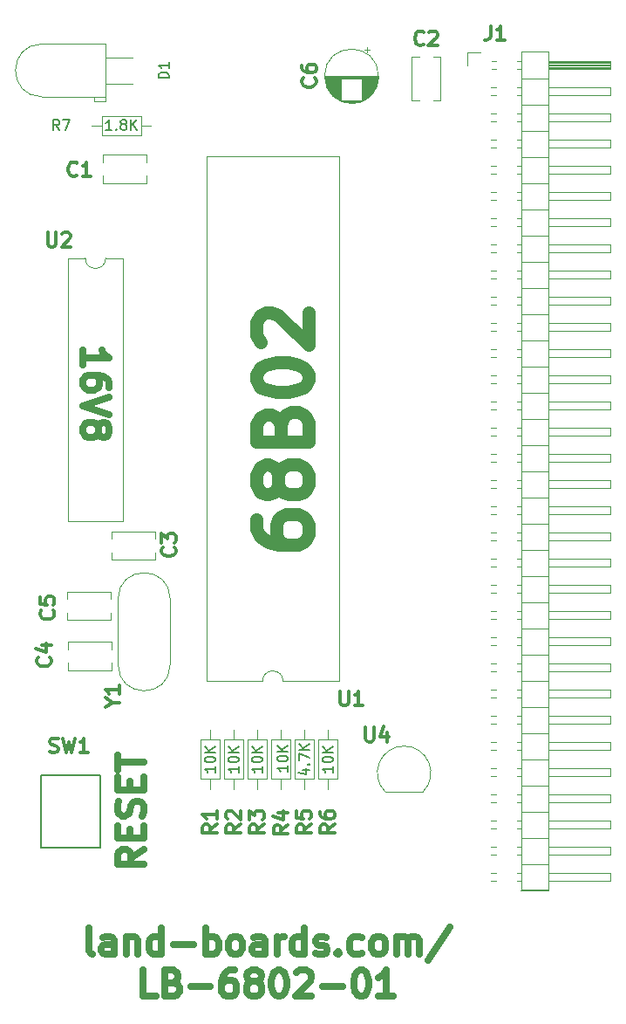
<source format=gto>
G04 #@! TF.GenerationSoftware,KiCad,Pcbnew,8.0.4*
G04 #@! TF.CreationDate,2024-09-12T20:33:36-04:00*
G04 #@! TF.ProjectId,LB-6802-01,4c422d36-3830-4322-9d30-312e6b696361,2*
G04 #@! TF.SameCoordinates,Original*
G04 #@! TF.FileFunction,Legend,Top*
G04 #@! TF.FilePolarity,Positive*
%FSLAX46Y46*%
G04 Gerber Fmt 4.6, Leading zero omitted, Abs format (unit mm)*
G04 Created by KiCad (PCBNEW 8.0.4) date 2024-09-12 20:33:36*
%MOMM*%
%LPD*%
G01*
G04 APERTURE LIST*
%ADD10C,0.635000*%
%ADD11C,1.270000*%
%ADD12C,0.150000*%
%ADD13C,0.317500*%
%ADD14C,0.120000*%
G04 APERTURE END LIST*
D10*
X144652032Y-130689047D02*
X143442508Y-131535714D01*
X144652032Y-132140476D02*
X142112032Y-132140476D01*
X142112032Y-132140476D02*
X142112032Y-131172857D01*
X142112032Y-131172857D02*
X142232984Y-130930952D01*
X142232984Y-130930952D02*
X142353937Y-130809999D01*
X142353937Y-130809999D02*
X142595841Y-130689047D01*
X142595841Y-130689047D02*
X142958699Y-130689047D01*
X142958699Y-130689047D02*
X143200603Y-130809999D01*
X143200603Y-130809999D02*
X143321556Y-130930952D01*
X143321556Y-130930952D02*
X143442508Y-131172857D01*
X143442508Y-131172857D02*
X143442508Y-132140476D01*
X143321556Y-129600476D02*
X143321556Y-128753809D01*
X144652032Y-128390952D02*
X144652032Y-129600476D01*
X144652032Y-129600476D02*
X142112032Y-129600476D01*
X142112032Y-129600476D02*
X142112032Y-128390952D01*
X144531080Y-127423333D02*
X144652032Y-127060476D01*
X144652032Y-127060476D02*
X144652032Y-126455714D01*
X144652032Y-126455714D02*
X144531080Y-126213809D01*
X144531080Y-126213809D02*
X144410127Y-126092857D01*
X144410127Y-126092857D02*
X144168222Y-125971904D01*
X144168222Y-125971904D02*
X143926318Y-125971904D01*
X143926318Y-125971904D02*
X143684413Y-126092857D01*
X143684413Y-126092857D02*
X143563460Y-126213809D01*
X143563460Y-126213809D02*
X143442508Y-126455714D01*
X143442508Y-126455714D02*
X143321556Y-126939523D01*
X143321556Y-126939523D02*
X143200603Y-127181428D01*
X143200603Y-127181428D02*
X143079651Y-127302381D01*
X143079651Y-127302381D02*
X142837746Y-127423333D01*
X142837746Y-127423333D02*
X142595841Y-127423333D01*
X142595841Y-127423333D02*
X142353937Y-127302381D01*
X142353937Y-127302381D02*
X142232984Y-127181428D01*
X142232984Y-127181428D02*
X142112032Y-126939523D01*
X142112032Y-126939523D02*
X142112032Y-126334762D01*
X142112032Y-126334762D02*
X142232984Y-125971904D01*
X143321556Y-124883333D02*
X143321556Y-124036666D01*
X144652032Y-123673809D02*
X144652032Y-124883333D01*
X144652032Y-124883333D02*
X142112032Y-124883333D01*
X142112032Y-124883333D02*
X142112032Y-123673809D01*
X142112032Y-122948095D02*
X142112032Y-121496666D01*
X144652032Y-122222380D02*
X142112032Y-122222380D01*
D11*
X155573064Y-98669323D02*
X155573064Y-99636942D01*
X155573064Y-99636942D02*
X155814969Y-100120751D01*
X155814969Y-100120751D02*
X156056874Y-100362656D01*
X156056874Y-100362656D02*
X156782588Y-100846466D01*
X156782588Y-100846466D02*
X157750207Y-101088370D01*
X157750207Y-101088370D02*
X159685445Y-101088370D01*
X159685445Y-101088370D02*
X160169255Y-100846466D01*
X160169255Y-100846466D02*
X160411160Y-100604561D01*
X160411160Y-100604561D02*
X160653064Y-100120751D01*
X160653064Y-100120751D02*
X160653064Y-99153132D01*
X160653064Y-99153132D02*
X160411160Y-98669323D01*
X160411160Y-98669323D02*
X160169255Y-98427418D01*
X160169255Y-98427418D02*
X159685445Y-98185513D01*
X159685445Y-98185513D02*
X158475921Y-98185513D01*
X158475921Y-98185513D02*
X157992112Y-98427418D01*
X157992112Y-98427418D02*
X157750207Y-98669323D01*
X157750207Y-98669323D02*
X157508302Y-99153132D01*
X157508302Y-99153132D02*
X157508302Y-100120751D01*
X157508302Y-100120751D02*
X157750207Y-100604561D01*
X157750207Y-100604561D02*
X157992112Y-100846466D01*
X157992112Y-100846466D02*
X158475921Y-101088370D01*
X157750207Y-95282656D02*
X157508302Y-95766466D01*
X157508302Y-95766466D02*
X157266398Y-96008371D01*
X157266398Y-96008371D02*
X156782588Y-96250275D01*
X156782588Y-96250275D02*
X156540683Y-96250275D01*
X156540683Y-96250275D02*
X156056874Y-96008371D01*
X156056874Y-96008371D02*
X155814969Y-95766466D01*
X155814969Y-95766466D02*
X155573064Y-95282656D01*
X155573064Y-95282656D02*
X155573064Y-94315037D01*
X155573064Y-94315037D02*
X155814969Y-93831228D01*
X155814969Y-93831228D02*
X156056874Y-93589323D01*
X156056874Y-93589323D02*
X156540683Y-93347418D01*
X156540683Y-93347418D02*
X156782588Y-93347418D01*
X156782588Y-93347418D02*
X157266398Y-93589323D01*
X157266398Y-93589323D02*
X157508302Y-93831228D01*
X157508302Y-93831228D02*
X157750207Y-94315037D01*
X157750207Y-94315037D02*
X157750207Y-95282656D01*
X157750207Y-95282656D02*
X157992112Y-95766466D01*
X157992112Y-95766466D02*
X158234017Y-96008371D01*
X158234017Y-96008371D02*
X158717826Y-96250275D01*
X158717826Y-96250275D02*
X159685445Y-96250275D01*
X159685445Y-96250275D02*
X160169255Y-96008371D01*
X160169255Y-96008371D02*
X160411160Y-95766466D01*
X160411160Y-95766466D02*
X160653064Y-95282656D01*
X160653064Y-95282656D02*
X160653064Y-94315037D01*
X160653064Y-94315037D02*
X160411160Y-93831228D01*
X160411160Y-93831228D02*
X160169255Y-93589323D01*
X160169255Y-93589323D02*
X159685445Y-93347418D01*
X159685445Y-93347418D02*
X158717826Y-93347418D01*
X158717826Y-93347418D02*
X158234017Y-93589323D01*
X158234017Y-93589323D02*
X157992112Y-93831228D01*
X157992112Y-93831228D02*
X157750207Y-94315037D01*
X157992112Y-89476942D02*
X158234017Y-88751228D01*
X158234017Y-88751228D02*
X158475921Y-88509323D01*
X158475921Y-88509323D02*
X158959731Y-88267419D01*
X158959731Y-88267419D02*
X159685445Y-88267419D01*
X159685445Y-88267419D02*
X160169255Y-88509323D01*
X160169255Y-88509323D02*
X160411160Y-88751228D01*
X160411160Y-88751228D02*
X160653064Y-89235038D01*
X160653064Y-89235038D02*
X160653064Y-91170276D01*
X160653064Y-91170276D02*
X155573064Y-91170276D01*
X155573064Y-91170276D02*
X155573064Y-89476942D01*
X155573064Y-89476942D02*
X155814969Y-88993133D01*
X155814969Y-88993133D02*
X156056874Y-88751228D01*
X156056874Y-88751228D02*
X156540683Y-88509323D01*
X156540683Y-88509323D02*
X157024493Y-88509323D01*
X157024493Y-88509323D02*
X157508302Y-88751228D01*
X157508302Y-88751228D02*
X157750207Y-88993133D01*
X157750207Y-88993133D02*
X157992112Y-89476942D01*
X157992112Y-89476942D02*
X157992112Y-91170276D01*
X155573064Y-85122657D02*
X155573064Y-84638847D01*
X155573064Y-84638847D02*
X155814969Y-84155038D01*
X155814969Y-84155038D02*
X156056874Y-83913133D01*
X156056874Y-83913133D02*
X156540683Y-83671228D01*
X156540683Y-83671228D02*
X157508302Y-83429323D01*
X157508302Y-83429323D02*
X158717826Y-83429323D01*
X158717826Y-83429323D02*
X159685445Y-83671228D01*
X159685445Y-83671228D02*
X160169255Y-83913133D01*
X160169255Y-83913133D02*
X160411160Y-84155038D01*
X160411160Y-84155038D02*
X160653064Y-84638847D01*
X160653064Y-84638847D02*
X160653064Y-85122657D01*
X160653064Y-85122657D02*
X160411160Y-85606466D01*
X160411160Y-85606466D02*
X160169255Y-85848371D01*
X160169255Y-85848371D02*
X159685445Y-86090276D01*
X159685445Y-86090276D02*
X158717826Y-86332180D01*
X158717826Y-86332180D02*
X157508302Y-86332180D01*
X157508302Y-86332180D02*
X156540683Y-86090276D01*
X156540683Y-86090276D02*
X156056874Y-85848371D01*
X156056874Y-85848371D02*
X155814969Y-85606466D01*
X155814969Y-85606466D02*
X155573064Y-85122657D01*
X156056874Y-81494085D02*
X155814969Y-81252181D01*
X155814969Y-81252181D02*
X155573064Y-80768371D01*
X155573064Y-80768371D02*
X155573064Y-79558847D01*
X155573064Y-79558847D02*
X155814969Y-79075038D01*
X155814969Y-79075038D02*
X156056874Y-78833133D01*
X156056874Y-78833133D02*
X156540683Y-78591228D01*
X156540683Y-78591228D02*
X157024493Y-78591228D01*
X157024493Y-78591228D02*
X157750207Y-78833133D01*
X157750207Y-78833133D02*
X160653064Y-81735990D01*
X160653064Y-81735990D02*
X160653064Y-78591228D01*
D10*
X138786567Y-83705095D02*
X138786567Y-82253666D01*
X138786567Y-82979380D02*
X141326567Y-82979380D01*
X141326567Y-82979380D02*
X140963710Y-82737476D01*
X140963710Y-82737476D02*
X140721805Y-82495571D01*
X140721805Y-82495571D02*
X140600853Y-82253666D01*
X141326567Y-85882238D02*
X141326567Y-85398428D01*
X141326567Y-85398428D02*
X141205615Y-85156524D01*
X141205615Y-85156524D02*
X141084662Y-85035571D01*
X141084662Y-85035571D02*
X140721805Y-84793666D01*
X140721805Y-84793666D02*
X140237996Y-84672714D01*
X140237996Y-84672714D02*
X139270377Y-84672714D01*
X139270377Y-84672714D02*
X139028472Y-84793666D01*
X139028472Y-84793666D02*
X138907520Y-84914619D01*
X138907520Y-84914619D02*
X138786567Y-85156524D01*
X138786567Y-85156524D02*
X138786567Y-85640333D01*
X138786567Y-85640333D02*
X138907520Y-85882238D01*
X138907520Y-85882238D02*
X139028472Y-86003190D01*
X139028472Y-86003190D02*
X139270377Y-86124143D01*
X139270377Y-86124143D02*
X139875139Y-86124143D01*
X139875139Y-86124143D02*
X140117043Y-86003190D01*
X140117043Y-86003190D02*
X140237996Y-85882238D01*
X140237996Y-85882238D02*
X140358948Y-85640333D01*
X140358948Y-85640333D02*
X140358948Y-85156524D01*
X140358948Y-85156524D02*
X140237996Y-84914619D01*
X140237996Y-84914619D02*
X140117043Y-84793666D01*
X140117043Y-84793666D02*
X139875139Y-84672714D01*
X141326567Y-86849857D02*
X138786567Y-87696524D01*
X138786567Y-87696524D02*
X141326567Y-88543191D01*
X140237996Y-89752715D02*
X140358948Y-89510810D01*
X140358948Y-89510810D02*
X140479900Y-89389857D01*
X140479900Y-89389857D02*
X140721805Y-89268905D01*
X140721805Y-89268905D02*
X140842758Y-89268905D01*
X140842758Y-89268905D02*
X141084662Y-89389857D01*
X141084662Y-89389857D02*
X141205615Y-89510810D01*
X141205615Y-89510810D02*
X141326567Y-89752715D01*
X141326567Y-89752715D02*
X141326567Y-90236524D01*
X141326567Y-90236524D02*
X141205615Y-90478429D01*
X141205615Y-90478429D02*
X141084662Y-90599381D01*
X141084662Y-90599381D02*
X140842758Y-90720334D01*
X140842758Y-90720334D02*
X140721805Y-90720334D01*
X140721805Y-90720334D02*
X140479900Y-90599381D01*
X140479900Y-90599381D02*
X140358948Y-90478429D01*
X140358948Y-90478429D02*
X140237996Y-90236524D01*
X140237996Y-90236524D02*
X140237996Y-89752715D01*
X140237996Y-89752715D02*
X140117043Y-89510810D01*
X140117043Y-89510810D02*
X139996091Y-89389857D01*
X139996091Y-89389857D02*
X139754186Y-89268905D01*
X139754186Y-89268905D02*
X139270377Y-89268905D01*
X139270377Y-89268905D02*
X139028472Y-89389857D01*
X139028472Y-89389857D02*
X138907520Y-89510810D01*
X138907520Y-89510810D02*
X138786567Y-89752715D01*
X138786567Y-89752715D02*
X138786567Y-90236524D01*
X138786567Y-90236524D02*
X138907520Y-90478429D01*
X138907520Y-90478429D02*
X139028472Y-90599381D01*
X139028472Y-90599381D02*
X139270377Y-90720334D01*
X139270377Y-90720334D02*
X139754186Y-90720334D01*
X139754186Y-90720334D02*
X139996091Y-90599381D01*
X139996091Y-90599381D02*
X140117043Y-90478429D01*
X140117043Y-90478429D02*
X140237996Y-90236524D01*
X139724192Y-140829403D02*
X139482287Y-140708451D01*
X139482287Y-140708451D02*
X139361334Y-140466546D01*
X139361334Y-140466546D02*
X139361334Y-138289403D01*
X141780382Y-140829403D02*
X141780382Y-139498927D01*
X141780382Y-139498927D02*
X141659429Y-139257022D01*
X141659429Y-139257022D02*
X141417525Y-139136070D01*
X141417525Y-139136070D02*
X140933715Y-139136070D01*
X140933715Y-139136070D02*
X140691810Y-139257022D01*
X141780382Y-140708451D02*
X141538477Y-140829403D01*
X141538477Y-140829403D02*
X140933715Y-140829403D01*
X140933715Y-140829403D02*
X140691810Y-140708451D01*
X140691810Y-140708451D02*
X140570858Y-140466546D01*
X140570858Y-140466546D02*
X140570858Y-140224641D01*
X140570858Y-140224641D02*
X140691810Y-139982736D01*
X140691810Y-139982736D02*
X140933715Y-139861784D01*
X140933715Y-139861784D02*
X141538477Y-139861784D01*
X141538477Y-139861784D02*
X141780382Y-139740831D01*
X142989905Y-139136070D02*
X142989905Y-140829403D01*
X142989905Y-139377974D02*
X143110858Y-139257022D01*
X143110858Y-139257022D02*
X143352763Y-139136070D01*
X143352763Y-139136070D02*
X143715620Y-139136070D01*
X143715620Y-139136070D02*
X143957524Y-139257022D01*
X143957524Y-139257022D02*
X144078477Y-139498927D01*
X144078477Y-139498927D02*
X144078477Y-140829403D01*
X146376572Y-140829403D02*
X146376572Y-138289403D01*
X146376572Y-140708451D02*
X146134667Y-140829403D01*
X146134667Y-140829403D02*
X145650858Y-140829403D01*
X145650858Y-140829403D02*
X145408953Y-140708451D01*
X145408953Y-140708451D02*
X145288000Y-140587498D01*
X145288000Y-140587498D02*
X145167048Y-140345593D01*
X145167048Y-140345593D02*
X145167048Y-139619879D01*
X145167048Y-139619879D02*
X145288000Y-139377974D01*
X145288000Y-139377974D02*
X145408953Y-139257022D01*
X145408953Y-139257022D02*
X145650858Y-139136070D01*
X145650858Y-139136070D02*
X146134667Y-139136070D01*
X146134667Y-139136070D02*
X146376572Y-139257022D01*
X147586095Y-139861784D02*
X149521334Y-139861784D01*
X150730857Y-140829403D02*
X150730857Y-138289403D01*
X150730857Y-139257022D02*
X150972762Y-139136070D01*
X150972762Y-139136070D02*
X151456572Y-139136070D01*
X151456572Y-139136070D02*
X151698476Y-139257022D01*
X151698476Y-139257022D02*
X151819429Y-139377974D01*
X151819429Y-139377974D02*
X151940381Y-139619879D01*
X151940381Y-139619879D02*
X151940381Y-140345593D01*
X151940381Y-140345593D02*
X151819429Y-140587498D01*
X151819429Y-140587498D02*
X151698476Y-140708451D01*
X151698476Y-140708451D02*
X151456572Y-140829403D01*
X151456572Y-140829403D02*
X150972762Y-140829403D01*
X150972762Y-140829403D02*
X150730857Y-140708451D01*
X153391810Y-140829403D02*
X153149905Y-140708451D01*
X153149905Y-140708451D02*
X153028952Y-140587498D01*
X153028952Y-140587498D02*
X152908000Y-140345593D01*
X152908000Y-140345593D02*
X152908000Y-139619879D01*
X152908000Y-139619879D02*
X153028952Y-139377974D01*
X153028952Y-139377974D02*
X153149905Y-139257022D01*
X153149905Y-139257022D02*
X153391810Y-139136070D01*
X153391810Y-139136070D02*
X153754667Y-139136070D01*
X153754667Y-139136070D02*
X153996571Y-139257022D01*
X153996571Y-139257022D02*
X154117524Y-139377974D01*
X154117524Y-139377974D02*
X154238476Y-139619879D01*
X154238476Y-139619879D02*
X154238476Y-140345593D01*
X154238476Y-140345593D02*
X154117524Y-140587498D01*
X154117524Y-140587498D02*
X153996571Y-140708451D01*
X153996571Y-140708451D02*
X153754667Y-140829403D01*
X153754667Y-140829403D02*
X153391810Y-140829403D01*
X156415619Y-140829403D02*
X156415619Y-139498927D01*
X156415619Y-139498927D02*
X156294666Y-139257022D01*
X156294666Y-139257022D02*
X156052762Y-139136070D01*
X156052762Y-139136070D02*
X155568952Y-139136070D01*
X155568952Y-139136070D02*
X155327047Y-139257022D01*
X156415619Y-140708451D02*
X156173714Y-140829403D01*
X156173714Y-140829403D02*
X155568952Y-140829403D01*
X155568952Y-140829403D02*
X155327047Y-140708451D01*
X155327047Y-140708451D02*
X155206095Y-140466546D01*
X155206095Y-140466546D02*
X155206095Y-140224641D01*
X155206095Y-140224641D02*
X155327047Y-139982736D01*
X155327047Y-139982736D02*
X155568952Y-139861784D01*
X155568952Y-139861784D02*
X156173714Y-139861784D01*
X156173714Y-139861784D02*
X156415619Y-139740831D01*
X157625142Y-140829403D02*
X157625142Y-139136070D01*
X157625142Y-139619879D02*
X157746095Y-139377974D01*
X157746095Y-139377974D02*
X157867047Y-139257022D01*
X157867047Y-139257022D02*
X158108952Y-139136070D01*
X158108952Y-139136070D02*
X158350857Y-139136070D01*
X160286095Y-140829403D02*
X160286095Y-138289403D01*
X160286095Y-140708451D02*
X160044190Y-140829403D01*
X160044190Y-140829403D02*
X159560381Y-140829403D01*
X159560381Y-140829403D02*
X159318476Y-140708451D01*
X159318476Y-140708451D02*
X159197523Y-140587498D01*
X159197523Y-140587498D02*
X159076571Y-140345593D01*
X159076571Y-140345593D02*
X159076571Y-139619879D01*
X159076571Y-139619879D02*
X159197523Y-139377974D01*
X159197523Y-139377974D02*
X159318476Y-139257022D01*
X159318476Y-139257022D02*
X159560381Y-139136070D01*
X159560381Y-139136070D02*
X160044190Y-139136070D01*
X160044190Y-139136070D02*
X160286095Y-139257022D01*
X161374666Y-140708451D02*
X161616571Y-140829403D01*
X161616571Y-140829403D02*
X162100380Y-140829403D01*
X162100380Y-140829403D02*
X162342285Y-140708451D01*
X162342285Y-140708451D02*
X162463237Y-140466546D01*
X162463237Y-140466546D02*
X162463237Y-140345593D01*
X162463237Y-140345593D02*
X162342285Y-140103689D01*
X162342285Y-140103689D02*
X162100380Y-139982736D01*
X162100380Y-139982736D02*
X161737523Y-139982736D01*
X161737523Y-139982736D02*
X161495618Y-139861784D01*
X161495618Y-139861784D02*
X161374666Y-139619879D01*
X161374666Y-139619879D02*
X161374666Y-139498927D01*
X161374666Y-139498927D02*
X161495618Y-139257022D01*
X161495618Y-139257022D02*
X161737523Y-139136070D01*
X161737523Y-139136070D02*
X162100380Y-139136070D01*
X162100380Y-139136070D02*
X162342285Y-139257022D01*
X163551808Y-140587498D02*
X163672761Y-140708451D01*
X163672761Y-140708451D02*
X163551808Y-140829403D01*
X163551808Y-140829403D02*
X163430856Y-140708451D01*
X163430856Y-140708451D02*
X163551808Y-140587498D01*
X163551808Y-140587498D02*
X163551808Y-140829403D01*
X165849904Y-140708451D02*
X165607999Y-140829403D01*
X165607999Y-140829403D02*
X165124190Y-140829403D01*
X165124190Y-140829403D02*
X164882285Y-140708451D01*
X164882285Y-140708451D02*
X164761332Y-140587498D01*
X164761332Y-140587498D02*
X164640380Y-140345593D01*
X164640380Y-140345593D02*
X164640380Y-139619879D01*
X164640380Y-139619879D02*
X164761332Y-139377974D01*
X164761332Y-139377974D02*
X164882285Y-139257022D01*
X164882285Y-139257022D02*
X165124190Y-139136070D01*
X165124190Y-139136070D02*
X165607999Y-139136070D01*
X165607999Y-139136070D02*
X165849904Y-139257022D01*
X167301333Y-140829403D02*
X167059428Y-140708451D01*
X167059428Y-140708451D02*
X166938475Y-140587498D01*
X166938475Y-140587498D02*
X166817523Y-140345593D01*
X166817523Y-140345593D02*
X166817523Y-139619879D01*
X166817523Y-139619879D02*
X166938475Y-139377974D01*
X166938475Y-139377974D02*
X167059428Y-139257022D01*
X167059428Y-139257022D02*
X167301333Y-139136070D01*
X167301333Y-139136070D02*
X167664190Y-139136070D01*
X167664190Y-139136070D02*
X167906094Y-139257022D01*
X167906094Y-139257022D02*
X168027047Y-139377974D01*
X168027047Y-139377974D02*
X168147999Y-139619879D01*
X168147999Y-139619879D02*
X168147999Y-140345593D01*
X168147999Y-140345593D02*
X168027047Y-140587498D01*
X168027047Y-140587498D02*
X167906094Y-140708451D01*
X167906094Y-140708451D02*
X167664190Y-140829403D01*
X167664190Y-140829403D02*
X167301333Y-140829403D01*
X169236570Y-140829403D02*
X169236570Y-139136070D01*
X169236570Y-139377974D02*
X169357523Y-139257022D01*
X169357523Y-139257022D02*
X169599428Y-139136070D01*
X169599428Y-139136070D02*
X169962285Y-139136070D01*
X169962285Y-139136070D02*
X170204189Y-139257022D01*
X170204189Y-139257022D02*
X170325142Y-139498927D01*
X170325142Y-139498927D02*
X170325142Y-140829403D01*
X170325142Y-139498927D02*
X170446094Y-139257022D01*
X170446094Y-139257022D02*
X170687999Y-139136070D01*
X170687999Y-139136070D02*
X171050856Y-139136070D01*
X171050856Y-139136070D02*
X171292761Y-139257022D01*
X171292761Y-139257022D02*
X171413713Y-139498927D01*
X171413713Y-139498927D02*
X171413713Y-140829403D01*
X174437523Y-138168451D02*
X172260380Y-141434165D01*
X145832284Y-144918661D02*
X144622760Y-144918661D01*
X144622760Y-144918661D02*
X144622760Y-142378661D01*
X147525617Y-143588185D02*
X147888474Y-143709137D01*
X147888474Y-143709137D02*
X148009427Y-143830089D01*
X148009427Y-143830089D02*
X148130379Y-144071994D01*
X148130379Y-144071994D02*
X148130379Y-144434851D01*
X148130379Y-144434851D02*
X148009427Y-144676756D01*
X148009427Y-144676756D02*
X147888474Y-144797709D01*
X147888474Y-144797709D02*
X147646569Y-144918661D01*
X147646569Y-144918661D02*
X146678950Y-144918661D01*
X146678950Y-144918661D02*
X146678950Y-142378661D01*
X146678950Y-142378661D02*
X147525617Y-142378661D01*
X147525617Y-142378661D02*
X147767522Y-142499613D01*
X147767522Y-142499613D02*
X147888474Y-142620566D01*
X147888474Y-142620566D02*
X148009427Y-142862470D01*
X148009427Y-142862470D02*
X148009427Y-143104375D01*
X148009427Y-143104375D02*
X147888474Y-143346280D01*
X147888474Y-143346280D02*
X147767522Y-143467232D01*
X147767522Y-143467232D02*
X147525617Y-143588185D01*
X147525617Y-143588185D02*
X146678950Y-143588185D01*
X149218950Y-143951042D02*
X151154189Y-143951042D01*
X153452284Y-142378661D02*
X152968474Y-142378661D01*
X152968474Y-142378661D02*
X152726570Y-142499613D01*
X152726570Y-142499613D02*
X152605617Y-142620566D01*
X152605617Y-142620566D02*
X152363712Y-142983423D01*
X152363712Y-142983423D02*
X152242760Y-143467232D01*
X152242760Y-143467232D02*
X152242760Y-144434851D01*
X152242760Y-144434851D02*
X152363712Y-144676756D01*
X152363712Y-144676756D02*
X152484665Y-144797709D01*
X152484665Y-144797709D02*
X152726570Y-144918661D01*
X152726570Y-144918661D02*
X153210379Y-144918661D01*
X153210379Y-144918661D02*
X153452284Y-144797709D01*
X153452284Y-144797709D02*
X153573236Y-144676756D01*
X153573236Y-144676756D02*
X153694189Y-144434851D01*
X153694189Y-144434851D02*
X153694189Y-143830089D01*
X153694189Y-143830089D02*
X153573236Y-143588185D01*
X153573236Y-143588185D02*
X153452284Y-143467232D01*
X153452284Y-143467232D02*
X153210379Y-143346280D01*
X153210379Y-143346280D02*
X152726570Y-143346280D01*
X152726570Y-143346280D02*
X152484665Y-143467232D01*
X152484665Y-143467232D02*
X152363712Y-143588185D01*
X152363712Y-143588185D02*
X152242760Y-143830089D01*
X155145618Y-143467232D02*
X154903713Y-143346280D01*
X154903713Y-143346280D02*
X154782760Y-143225328D01*
X154782760Y-143225328D02*
X154661808Y-142983423D01*
X154661808Y-142983423D02*
X154661808Y-142862470D01*
X154661808Y-142862470D02*
X154782760Y-142620566D01*
X154782760Y-142620566D02*
X154903713Y-142499613D01*
X154903713Y-142499613D02*
X155145618Y-142378661D01*
X155145618Y-142378661D02*
X155629427Y-142378661D01*
X155629427Y-142378661D02*
X155871332Y-142499613D01*
X155871332Y-142499613D02*
X155992284Y-142620566D01*
X155992284Y-142620566D02*
X156113237Y-142862470D01*
X156113237Y-142862470D02*
X156113237Y-142983423D01*
X156113237Y-142983423D02*
X155992284Y-143225328D01*
X155992284Y-143225328D02*
X155871332Y-143346280D01*
X155871332Y-143346280D02*
X155629427Y-143467232D01*
X155629427Y-143467232D02*
X155145618Y-143467232D01*
X155145618Y-143467232D02*
X154903713Y-143588185D01*
X154903713Y-143588185D02*
X154782760Y-143709137D01*
X154782760Y-143709137D02*
X154661808Y-143951042D01*
X154661808Y-143951042D02*
X154661808Y-144434851D01*
X154661808Y-144434851D02*
X154782760Y-144676756D01*
X154782760Y-144676756D02*
X154903713Y-144797709D01*
X154903713Y-144797709D02*
X155145618Y-144918661D01*
X155145618Y-144918661D02*
X155629427Y-144918661D01*
X155629427Y-144918661D02*
X155871332Y-144797709D01*
X155871332Y-144797709D02*
X155992284Y-144676756D01*
X155992284Y-144676756D02*
X156113237Y-144434851D01*
X156113237Y-144434851D02*
X156113237Y-143951042D01*
X156113237Y-143951042D02*
X155992284Y-143709137D01*
X155992284Y-143709137D02*
X155871332Y-143588185D01*
X155871332Y-143588185D02*
X155629427Y-143467232D01*
X157685618Y-142378661D02*
X157927523Y-142378661D01*
X157927523Y-142378661D02*
X158169427Y-142499613D01*
X158169427Y-142499613D02*
X158290380Y-142620566D01*
X158290380Y-142620566D02*
X158411332Y-142862470D01*
X158411332Y-142862470D02*
X158532285Y-143346280D01*
X158532285Y-143346280D02*
X158532285Y-143951042D01*
X158532285Y-143951042D02*
X158411332Y-144434851D01*
X158411332Y-144434851D02*
X158290380Y-144676756D01*
X158290380Y-144676756D02*
X158169427Y-144797709D01*
X158169427Y-144797709D02*
X157927523Y-144918661D01*
X157927523Y-144918661D02*
X157685618Y-144918661D01*
X157685618Y-144918661D02*
X157443713Y-144797709D01*
X157443713Y-144797709D02*
X157322761Y-144676756D01*
X157322761Y-144676756D02*
X157201808Y-144434851D01*
X157201808Y-144434851D02*
X157080856Y-143951042D01*
X157080856Y-143951042D02*
X157080856Y-143346280D01*
X157080856Y-143346280D02*
X157201808Y-142862470D01*
X157201808Y-142862470D02*
X157322761Y-142620566D01*
X157322761Y-142620566D02*
X157443713Y-142499613D01*
X157443713Y-142499613D02*
X157685618Y-142378661D01*
X159499904Y-142620566D02*
X159620856Y-142499613D01*
X159620856Y-142499613D02*
X159862761Y-142378661D01*
X159862761Y-142378661D02*
X160467523Y-142378661D01*
X160467523Y-142378661D02*
X160709428Y-142499613D01*
X160709428Y-142499613D02*
X160830380Y-142620566D01*
X160830380Y-142620566D02*
X160951333Y-142862470D01*
X160951333Y-142862470D02*
X160951333Y-143104375D01*
X160951333Y-143104375D02*
X160830380Y-143467232D01*
X160830380Y-143467232D02*
X159378952Y-144918661D01*
X159378952Y-144918661D02*
X160951333Y-144918661D01*
X162039904Y-143951042D02*
X163975143Y-143951042D01*
X165668476Y-142378661D02*
X165910381Y-142378661D01*
X165910381Y-142378661D02*
X166152285Y-142499613D01*
X166152285Y-142499613D02*
X166273238Y-142620566D01*
X166273238Y-142620566D02*
X166394190Y-142862470D01*
X166394190Y-142862470D02*
X166515143Y-143346280D01*
X166515143Y-143346280D02*
X166515143Y-143951042D01*
X166515143Y-143951042D02*
X166394190Y-144434851D01*
X166394190Y-144434851D02*
X166273238Y-144676756D01*
X166273238Y-144676756D02*
X166152285Y-144797709D01*
X166152285Y-144797709D02*
X165910381Y-144918661D01*
X165910381Y-144918661D02*
X165668476Y-144918661D01*
X165668476Y-144918661D02*
X165426571Y-144797709D01*
X165426571Y-144797709D02*
X165305619Y-144676756D01*
X165305619Y-144676756D02*
X165184666Y-144434851D01*
X165184666Y-144434851D02*
X165063714Y-143951042D01*
X165063714Y-143951042D02*
X165063714Y-143346280D01*
X165063714Y-143346280D02*
X165184666Y-142862470D01*
X165184666Y-142862470D02*
X165305619Y-142620566D01*
X165305619Y-142620566D02*
X165426571Y-142499613D01*
X165426571Y-142499613D02*
X165668476Y-142378661D01*
X168934191Y-144918661D02*
X167482762Y-144918661D01*
X168208476Y-144918661D02*
X168208476Y-142378661D01*
X168208476Y-142378661D02*
X167966572Y-142741518D01*
X167966572Y-142741518D02*
X167724667Y-142983423D01*
X167724667Y-142983423D02*
X167482762Y-143104375D01*
D12*
X136485333Y-60906819D02*
X136152000Y-60430628D01*
X135913905Y-60906819D02*
X135913905Y-59906819D01*
X135913905Y-59906819D02*
X136294857Y-59906819D01*
X136294857Y-59906819D02*
X136390095Y-59954438D01*
X136390095Y-59954438D02*
X136437714Y-60002057D01*
X136437714Y-60002057D02*
X136485333Y-60097295D01*
X136485333Y-60097295D02*
X136485333Y-60240152D01*
X136485333Y-60240152D02*
X136437714Y-60335390D01*
X136437714Y-60335390D02*
X136390095Y-60383009D01*
X136390095Y-60383009D02*
X136294857Y-60430628D01*
X136294857Y-60430628D02*
X135913905Y-60430628D01*
X136818667Y-59906819D02*
X137485333Y-59906819D01*
X137485333Y-59906819D02*
X137056762Y-60906819D01*
X141565428Y-60906819D02*
X140994000Y-60906819D01*
X141279714Y-60906819D02*
X141279714Y-59906819D01*
X141279714Y-59906819D02*
X141184476Y-60049676D01*
X141184476Y-60049676D02*
X141089238Y-60144914D01*
X141089238Y-60144914D02*
X140994000Y-60192533D01*
X141994000Y-60811580D02*
X142041619Y-60859200D01*
X142041619Y-60859200D02*
X141994000Y-60906819D01*
X141994000Y-60906819D02*
X141946381Y-60859200D01*
X141946381Y-60859200D02*
X141994000Y-60811580D01*
X141994000Y-60811580D02*
X141994000Y-60906819D01*
X142613047Y-60335390D02*
X142517809Y-60287771D01*
X142517809Y-60287771D02*
X142470190Y-60240152D01*
X142470190Y-60240152D02*
X142422571Y-60144914D01*
X142422571Y-60144914D02*
X142422571Y-60097295D01*
X142422571Y-60097295D02*
X142470190Y-60002057D01*
X142470190Y-60002057D02*
X142517809Y-59954438D01*
X142517809Y-59954438D02*
X142613047Y-59906819D01*
X142613047Y-59906819D02*
X142803523Y-59906819D01*
X142803523Y-59906819D02*
X142898761Y-59954438D01*
X142898761Y-59954438D02*
X142946380Y-60002057D01*
X142946380Y-60002057D02*
X142993999Y-60097295D01*
X142993999Y-60097295D02*
X142993999Y-60144914D01*
X142993999Y-60144914D02*
X142946380Y-60240152D01*
X142946380Y-60240152D02*
X142898761Y-60287771D01*
X142898761Y-60287771D02*
X142803523Y-60335390D01*
X142803523Y-60335390D02*
X142613047Y-60335390D01*
X142613047Y-60335390D02*
X142517809Y-60383009D01*
X142517809Y-60383009D02*
X142470190Y-60430628D01*
X142470190Y-60430628D02*
X142422571Y-60525866D01*
X142422571Y-60525866D02*
X142422571Y-60716342D01*
X142422571Y-60716342D02*
X142470190Y-60811580D01*
X142470190Y-60811580D02*
X142517809Y-60859200D01*
X142517809Y-60859200D02*
X142613047Y-60906819D01*
X142613047Y-60906819D02*
X142803523Y-60906819D01*
X142803523Y-60906819D02*
X142898761Y-60859200D01*
X142898761Y-60859200D02*
X142946380Y-60811580D01*
X142946380Y-60811580D02*
X142993999Y-60716342D01*
X142993999Y-60716342D02*
X142993999Y-60525866D01*
X142993999Y-60525866D02*
X142946380Y-60430628D01*
X142946380Y-60430628D02*
X142898761Y-60383009D01*
X142898761Y-60383009D02*
X142803523Y-60335390D01*
X143422571Y-60906819D02*
X143422571Y-59906819D01*
X143993999Y-60906819D02*
X143565428Y-60335390D01*
X143993999Y-59906819D02*
X143422571Y-60478247D01*
X147102819Y-55851094D02*
X146102819Y-55851094D01*
X146102819Y-55851094D02*
X146102819Y-55612999D01*
X146102819Y-55612999D02*
X146150438Y-55470142D01*
X146150438Y-55470142D02*
X146245676Y-55374904D01*
X146245676Y-55374904D02*
X146340914Y-55327285D01*
X146340914Y-55327285D02*
X146531390Y-55279666D01*
X146531390Y-55279666D02*
X146674247Y-55279666D01*
X146674247Y-55279666D02*
X146864723Y-55327285D01*
X146864723Y-55327285D02*
X146959961Y-55374904D01*
X146959961Y-55374904D02*
X147055200Y-55470142D01*
X147055200Y-55470142D02*
X147102819Y-55612999D01*
X147102819Y-55612999D02*
X147102819Y-55851094D01*
X147102819Y-54327285D02*
X147102819Y-54898713D01*
X147102819Y-54612999D02*
X146102819Y-54612999D01*
X146102819Y-54612999D02*
X146245676Y-54708237D01*
X146245676Y-54708237D02*
X146340914Y-54803475D01*
X146340914Y-54803475D02*
X146388533Y-54898713D01*
D13*
X178350333Y-50794768D02*
X178350333Y-51792625D01*
X178350333Y-51792625D02*
X178283810Y-51992197D01*
X178283810Y-51992197D02*
X178150762Y-52125245D01*
X178150762Y-52125245D02*
X177951191Y-52191768D01*
X177951191Y-52191768D02*
X177818143Y-52191768D01*
X179747333Y-52191768D02*
X178949048Y-52191768D01*
X179348191Y-52191768D02*
X179348191Y-50794768D01*
X179348191Y-50794768D02*
X179215143Y-50994340D01*
X179215143Y-50994340D02*
X179082095Y-51127387D01*
X179082095Y-51127387D02*
X178949048Y-51193911D01*
X163751219Y-115315768D02*
X163751219Y-116446673D01*
X163751219Y-116446673D02*
X163817742Y-116579721D01*
X163817742Y-116579721D02*
X163884266Y-116646245D01*
X163884266Y-116646245D02*
X164017314Y-116712768D01*
X164017314Y-116712768D02*
X164283409Y-116712768D01*
X164283409Y-116712768D02*
X164416457Y-116646245D01*
X164416457Y-116646245D02*
X164482980Y-116579721D01*
X164482980Y-116579721D02*
X164549504Y-116446673D01*
X164549504Y-116446673D02*
X164549504Y-115315768D01*
X165946504Y-116712768D02*
X165148219Y-116712768D01*
X165547362Y-116712768D02*
X165547362Y-115315768D01*
X165547362Y-115315768D02*
X165414314Y-115515340D01*
X165414314Y-115515340D02*
X165281266Y-115648387D01*
X165281266Y-115648387D02*
X165148219Y-115714911D01*
X160903768Y-128248833D02*
X160238530Y-128714499D01*
X160903768Y-129047118D02*
X159506768Y-129047118D01*
X159506768Y-129047118D02*
X159506768Y-128514928D01*
X159506768Y-128514928D02*
X159573292Y-128381880D01*
X159573292Y-128381880D02*
X159639816Y-128315357D01*
X159639816Y-128315357D02*
X159772864Y-128248833D01*
X159772864Y-128248833D02*
X159972435Y-128248833D01*
X159972435Y-128248833D02*
X160105483Y-128315357D01*
X160105483Y-128315357D02*
X160172006Y-128381880D01*
X160172006Y-128381880D02*
X160238530Y-128514928D01*
X160238530Y-128514928D02*
X160238530Y-129047118D01*
X159506768Y-126984880D02*
X159506768Y-127650118D01*
X159506768Y-127650118D02*
X160172006Y-127716642D01*
X160172006Y-127716642D02*
X160105483Y-127650118D01*
X160105483Y-127650118D02*
X160038959Y-127517071D01*
X160038959Y-127517071D02*
X160038959Y-127184452D01*
X160038959Y-127184452D02*
X160105483Y-127051404D01*
X160105483Y-127051404D02*
X160172006Y-126984880D01*
X160172006Y-126984880D02*
X160305054Y-126918357D01*
X160305054Y-126918357D02*
X160637673Y-126918357D01*
X160637673Y-126918357D02*
X160770721Y-126984880D01*
X160770721Y-126984880D02*
X160837245Y-127051404D01*
X160837245Y-127051404D02*
X160903768Y-127184452D01*
X160903768Y-127184452D02*
X160903768Y-127517071D01*
X160903768Y-127517071D02*
X160837245Y-127650118D01*
X160837245Y-127650118D02*
X160770721Y-127716642D01*
D12*
X160062152Y-122943809D02*
X160728819Y-122943809D01*
X159681200Y-123181904D02*
X160395485Y-123419999D01*
X160395485Y-123419999D02*
X160395485Y-122800952D01*
X160633580Y-122419999D02*
X160681200Y-122372380D01*
X160681200Y-122372380D02*
X160728819Y-122419999D01*
X160728819Y-122419999D02*
X160681200Y-122467618D01*
X160681200Y-122467618D02*
X160633580Y-122419999D01*
X160633580Y-122419999D02*
X160728819Y-122419999D01*
X159728819Y-122039047D02*
X159728819Y-121372381D01*
X159728819Y-121372381D02*
X160728819Y-121800952D01*
X160728819Y-120991428D02*
X159728819Y-120991428D01*
X160728819Y-120420000D02*
X160157390Y-120848571D01*
X159728819Y-120420000D02*
X160300247Y-120991428D01*
D13*
X151759768Y-128248833D02*
X151094530Y-128714499D01*
X151759768Y-129047118D02*
X150362768Y-129047118D01*
X150362768Y-129047118D02*
X150362768Y-128514928D01*
X150362768Y-128514928D02*
X150429292Y-128381880D01*
X150429292Y-128381880D02*
X150495816Y-128315357D01*
X150495816Y-128315357D02*
X150628864Y-128248833D01*
X150628864Y-128248833D02*
X150828435Y-128248833D01*
X150828435Y-128248833D02*
X150961483Y-128315357D01*
X150961483Y-128315357D02*
X151028006Y-128381880D01*
X151028006Y-128381880D02*
X151094530Y-128514928D01*
X151094530Y-128514928D02*
X151094530Y-129047118D01*
X151759768Y-126918357D02*
X151759768Y-127716642D01*
X151759768Y-127317499D02*
X150362768Y-127317499D01*
X150362768Y-127317499D02*
X150562340Y-127450547D01*
X150562340Y-127450547D02*
X150695387Y-127583595D01*
X150695387Y-127583595D02*
X150761911Y-127716642D01*
D12*
X151584819Y-122610476D02*
X151584819Y-123181904D01*
X151584819Y-122896190D02*
X150584819Y-122896190D01*
X150584819Y-122896190D02*
X150727676Y-122991428D01*
X150727676Y-122991428D02*
X150822914Y-123086666D01*
X150822914Y-123086666D02*
X150870533Y-123181904D01*
X150584819Y-121991428D02*
X150584819Y-121896190D01*
X150584819Y-121896190D02*
X150632438Y-121800952D01*
X150632438Y-121800952D02*
X150680057Y-121753333D01*
X150680057Y-121753333D02*
X150775295Y-121705714D01*
X150775295Y-121705714D02*
X150965771Y-121658095D01*
X150965771Y-121658095D02*
X151203866Y-121658095D01*
X151203866Y-121658095D02*
X151394342Y-121705714D01*
X151394342Y-121705714D02*
X151489580Y-121753333D01*
X151489580Y-121753333D02*
X151537200Y-121800952D01*
X151537200Y-121800952D02*
X151584819Y-121896190D01*
X151584819Y-121896190D02*
X151584819Y-121991428D01*
X151584819Y-121991428D02*
X151537200Y-122086666D01*
X151537200Y-122086666D02*
X151489580Y-122134285D01*
X151489580Y-122134285D02*
X151394342Y-122181904D01*
X151394342Y-122181904D02*
X151203866Y-122229523D01*
X151203866Y-122229523D02*
X150965771Y-122229523D01*
X150965771Y-122229523D02*
X150775295Y-122181904D01*
X150775295Y-122181904D02*
X150680057Y-122134285D01*
X150680057Y-122134285D02*
X150632438Y-122086666D01*
X150632438Y-122086666D02*
X150584819Y-121991428D01*
X151584819Y-121229523D02*
X150584819Y-121229523D01*
X151584819Y-120658095D02*
X151013390Y-121086666D01*
X150584819Y-120658095D02*
X151156247Y-121229523D01*
D13*
X163189768Y-128248833D02*
X162524530Y-128714499D01*
X163189768Y-129047118D02*
X161792768Y-129047118D01*
X161792768Y-129047118D02*
X161792768Y-128514928D01*
X161792768Y-128514928D02*
X161859292Y-128381880D01*
X161859292Y-128381880D02*
X161925816Y-128315357D01*
X161925816Y-128315357D02*
X162058864Y-128248833D01*
X162058864Y-128248833D02*
X162258435Y-128248833D01*
X162258435Y-128248833D02*
X162391483Y-128315357D01*
X162391483Y-128315357D02*
X162458006Y-128381880D01*
X162458006Y-128381880D02*
X162524530Y-128514928D01*
X162524530Y-128514928D02*
X162524530Y-129047118D01*
X161792768Y-127051404D02*
X161792768Y-127317499D01*
X161792768Y-127317499D02*
X161859292Y-127450547D01*
X161859292Y-127450547D02*
X161925816Y-127517071D01*
X161925816Y-127517071D02*
X162125387Y-127650118D01*
X162125387Y-127650118D02*
X162391483Y-127716642D01*
X162391483Y-127716642D02*
X162923673Y-127716642D01*
X162923673Y-127716642D02*
X163056721Y-127650118D01*
X163056721Y-127650118D02*
X163123245Y-127583595D01*
X163123245Y-127583595D02*
X163189768Y-127450547D01*
X163189768Y-127450547D02*
X163189768Y-127184452D01*
X163189768Y-127184452D02*
X163123245Y-127051404D01*
X163123245Y-127051404D02*
X163056721Y-126984880D01*
X163056721Y-126984880D02*
X162923673Y-126918357D01*
X162923673Y-126918357D02*
X162591054Y-126918357D01*
X162591054Y-126918357D02*
X162458006Y-126984880D01*
X162458006Y-126984880D02*
X162391483Y-127051404D01*
X162391483Y-127051404D02*
X162324959Y-127184452D01*
X162324959Y-127184452D02*
X162324959Y-127450547D01*
X162324959Y-127450547D02*
X162391483Y-127583595D01*
X162391483Y-127583595D02*
X162458006Y-127650118D01*
X162458006Y-127650118D02*
X162591054Y-127716642D01*
D12*
X163014819Y-122610476D02*
X163014819Y-123181904D01*
X163014819Y-122896190D02*
X162014819Y-122896190D01*
X162014819Y-122896190D02*
X162157676Y-122991428D01*
X162157676Y-122991428D02*
X162252914Y-123086666D01*
X162252914Y-123086666D02*
X162300533Y-123181904D01*
X162014819Y-121991428D02*
X162014819Y-121896190D01*
X162014819Y-121896190D02*
X162062438Y-121800952D01*
X162062438Y-121800952D02*
X162110057Y-121753333D01*
X162110057Y-121753333D02*
X162205295Y-121705714D01*
X162205295Y-121705714D02*
X162395771Y-121658095D01*
X162395771Y-121658095D02*
X162633866Y-121658095D01*
X162633866Y-121658095D02*
X162824342Y-121705714D01*
X162824342Y-121705714D02*
X162919580Y-121753333D01*
X162919580Y-121753333D02*
X162967200Y-121800952D01*
X162967200Y-121800952D02*
X163014819Y-121896190D01*
X163014819Y-121896190D02*
X163014819Y-121991428D01*
X163014819Y-121991428D02*
X162967200Y-122086666D01*
X162967200Y-122086666D02*
X162919580Y-122134285D01*
X162919580Y-122134285D02*
X162824342Y-122181904D01*
X162824342Y-122181904D02*
X162633866Y-122229523D01*
X162633866Y-122229523D02*
X162395771Y-122229523D01*
X162395771Y-122229523D02*
X162205295Y-122181904D01*
X162205295Y-122181904D02*
X162110057Y-122134285D01*
X162110057Y-122134285D02*
X162062438Y-122086666D01*
X162062438Y-122086666D02*
X162014819Y-121991428D01*
X163014819Y-121229523D02*
X162014819Y-121229523D01*
X163014819Y-120658095D02*
X162443390Y-121086666D01*
X162014819Y-120658095D02*
X162586247Y-121229523D01*
D13*
X161278721Y-55858833D02*
X161345245Y-55925357D01*
X161345245Y-55925357D02*
X161411768Y-56124928D01*
X161411768Y-56124928D02*
X161411768Y-56257976D01*
X161411768Y-56257976D02*
X161345245Y-56457547D01*
X161345245Y-56457547D02*
X161212197Y-56590595D01*
X161212197Y-56590595D02*
X161079149Y-56657118D01*
X161079149Y-56657118D02*
X160813054Y-56723642D01*
X160813054Y-56723642D02*
X160613483Y-56723642D01*
X160613483Y-56723642D02*
X160347387Y-56657118D01*
X160347387Y-56657118D02*
X160214340Y-56590595D01*
X160214340Y-56590595D02*
X160081292Y-56457547D01*
X160081292Y-56457547D02*
X160014768Y-56257976D01*
X160014768Y-56257976D02*
X160014768Y-56124928D01*
X160014768Y-56124928D02*
X160081292Y-55925357D01*
X160081292Y-55925357D02*
X160147816Y-55858833D01*
X160014768Y-54661404D02*
X160014768Y-54927499D01*
X160014768Y-54927499D02*
X160081292Y-55060547D01*
X160081292Y-55060547D02*
X160147816Y-55127071D01*
X160147816Y-55127071D02*
X160347387Y-55260118D01*
X160347387Y-55260118D02*
X160613483Y-55326642D01*
X160613483Y-55326642D02*
X161145673Y-55326642D01*
X161145673Y-55326642D02*
X161278721Y-55260118D01*
X161278721Y-55260118D02*
X161345245Y-55193595D01*
X161345245Y-55193595D02*
X161411768Y-55060547D01*
X161411768Y-55060547D02*
X161411768Y-54794452D01*
X161411768Y-54794452D02*
X161345245Y-54661404D01*
X161345245Y-54661404D02*
X161278721Y-54594880D01*
X161278721Y-54594880D02*
X161145673Y-54528357D01*
X161145673Y-54528357D02*
X160813054Y-54528357D01*
X160813054Y-54528357D02*
X160680006Y-54594880D01*
X160680006Y-54594880D02*
X160613483Y-54661404D01*
X160613483Y-54661404D02*
X160546959Y-54794452D01*
X160546959Y-54794452D02*
X160546959Y-55060547D01*
X160546959Y-55060547D02*
X160613483Y-55193595D01*
X160613483Y-55193595D02*
X160680006Y-55260118D01*
X160680006Y-55260118D02*
X160813054Y-55326642D01*
X156331768Y-128248833D02*
X155666530Y-128714499D01*
X156331768Y-129047118D02*
X154934768Y-129047118D01*
X154934768Y-129047118D02*
X154934768Y-128514928D01*
X154934768Y-128514928D02*
X155001292Y-128381880D01*
X155001292Y-128381880D02*
X155067816Y-128315357D01*
X155067816Y-128315357D02*
X155200864Y-128248833D01*
X155200864Y-128248833D02*
X155400435Y-128248833D01*
X155400435Y-128248833D02*
X155533483Y-128315357D01*
X155533483Y-128315357D02*
X155600006Y-128381880D01*
X155600006Y-128381880D02*
X155666530Y-128514928D01*
X155666530Y-128514928D02*
X155666530Y-129047118D01*
X154934768Y-127783166D02*
X154934768Y-126918357D01*
X154934768Y-126918357D02*
X155466959Y-127384023D01*
X155466959Y-127384023D02*
X155466959Y-127184452D01*
X155466959Y-127184452D02*
X155533483Y-127051404D01*
X155533483Y-127051404D02*
X155600006Y-126984880D01*
X155600006Y-126984880D02*
X155733054Y-126918357D01*
X155733054Y-126918357D02*
X156065673Y-126918357D01*
X156065673Y-126918357D02*
X156198721Y-126984880D01*
X156198721Y-126984880D02*
X156265245Y-127051404D01*
X156265245Y-127051404D02*
X156331768Y-127184452D01*
X156331768Y-127184452D02*
X156331768Y-127583595D01*
X156331768Y-127583595D02*
X156265245Y-127716642D01*
X156265245Y-127716642D02*
X156198721Y-127783166D01*
D12*
X156156819Y-122610476D02*
X156156819Y-123181904D01*
X156156819Y-122896190D02*
X155156819Y-122896190D01*
X155156819Y-122896190D02*
X155299676Y-122991428D01*
X155299676Y-122991428D02*
X155394914Y-123086666D01*
X155394914Y-123086666D02*
X155442533Y-123181904D01*
X155156819Y-121991428D02*
X155156819Y-121896190D01*
X155156819Y-121896190D02*
X155204438Y-121800952D01*
X155204438Y-121800952D02*
X155252057Y-121753333D01*
X155252057Y-121753333D02*
X155347295Y-121705714D01*
X155347295Y-121705714D02*
X155537771Y-121658095D01*
X155537771Y-121658095D02*
X155775866Y-121658095D01*
X155775866Y-121658095D02*
X155966342Y-121705714D01*
X155966342Y-121705714D02*
X156061580Y-121753333D01*
X156061580Y-121753333D02*
X156109200Y-121800952D01*
X156109200Y-121800952D02*
X156156819Y-121896190D01*
X156156819Y-121896190D02*
X156156819Y-121991428D01*
X156156819Y-121991428D02*
X156109200Y-122086666D01*
X156109200Y-122086666D02*
X156061580Y-122134285D01*
X156061580Y-122134285D02*
X155966342Y-122181904D01*
X155966342Y-122181904D02*
X155775866Y-122229523D01*
X155775866Y-122229523D02*
X155537771Y-122229523D01*
X155537771Y-122229523D02*
X155347295Y-122181904D01*
X155347295Y-122181904D02*
X155252057Y-122134285D01*
X155252057Y-122134285D02*
X155204438Y-122086666D01*
X155204438Y-122086666D02*
X155156819Y-121991428D01*
X156156819Y-121229523D02*
X155156819Y-121229523D01*
X156156819Y-120658095D02*
X155585390Y-121086666D01*
X155156819Y-120658095D02*
X155728247Y-121229523D01*
D13*
X158668568Y-128325033D02*
X158003330Y-128790699D01*
X158668568Y-129123318D02*
X157271568Y-129123318D01*
X157271568Y-129123318D02*
X157271568Y-128591128D01*
X157271568Y-128591128D02*
X157338092Y-128458080D01*
X157338092Y-128458080D02*
X157404616Y-128391557D01*
X157404616Y-128391557D02*
X157537664Y-128325033D01*
X157537664Y-128325033D02*
X157737235Y-128325033D01*
X157737235Y-128325033D02*
X157870283Y-128391557D01*
X157870283Y-128391557D02*
X157936806Y-128458080D01*
X157936806Y-128458080D02*
X158003330Y-128591128D01*
X158003330Y-128591128D02*
X158003330Y-129123318D01*
X157737235Y-127127604D02*
X158668568Y-127127604D01*
X157205045Y-127460223D02*
X158202902Y-127792842D01*
X158202902Y-127792842D02*
X158202902Y-126928033D01*
D12*
X158646019Y-122534276D02*
X158646019Y-123105704D01*
X158646019Y-122819990D02*
X157646019Y-122819990D01*
X157646019Y-122819990D02*
X157788876Y-122915228D01*
X157788876Y-122915228D02*
X157884114Y-123010466D01*
X157884114Y-123010466D02*
X157931733Y-123105704D01*
X157646019Y-121915228D02*
X157646019Y-121819990D01*
X157646019Y-121819990D02*
X157693638Y-121724752D01*
X157693638Y-121724752D02*
X157741257Y-121677133D01*
X157741257Y-121677133D02*
X157836495Y-121629514D01*
X157836495Y-121629514D02*
X158026971Y-121581895D01*
X158026971Y-121581895D02*
X158265066Y-121581895D01*
X158265066Y-121581895D02*
X158455542Y-121629514D01*
X158455542Y-121629514D02*
X158550780Y-121677133D01*
X158550780Y-121677133D02*
X158598400Y-121724752D01*
X158598400Y-121724752D02*
X158646019Y-121819990D01*
X158646019Y-121819990D02*
X158646019Y-121915228D01*
X158646019Y-121915228D02*
X158598400Y-122010466D01*
X158598400Y-122010466D02*
X158550780Y-122058085D01*
X158550780Y-122058085D02*
X158455542Y-122105704D01*
X158455542Y-122105704D02*
X158265066Y-122153323D01*
X158265066Y-122153323D02*
X158026971Y-122153323D01*
X158026971Y-122153323D02*
X157836495Y-122105704D01*
X157836495Y-122105704D02*
X157741257Y-122058085D01*
X157741257Y-122058085D02*
X157693638Y-122010466D01*
X157693638Y-122010466D02*
X157646019Y-121915228D01*
X158646019Y-121153323D02*
X157646019Y-121153323D01*
X158646019Y-120581895D02*
X158074590Y-121010466D01*
X157646019Y-120581895D02*
X158217447Y-121153323D01*
D13*
X135553921Y-112055233D02*
X135620445Y-112121757D01*
X135620445Y-112121757D02*
X135686968Y-112321328D01*
X135686968Y-112321328D02*
X135686968Y-112454376D01*
X135686968Y-112454376D02*
X135620445Y-112653947D01*
X135620445Y-112653947D02*
X135487397Y-112786995D01*
X135487397Y-112786995D02*
X135354349Y-112853518D01*
X135354349Y-112853518D02*
X135088254Y-112920042D01*
X135088254Y-112920042D02*
X134888683Y-112920042D01*
X134888683Y-112920042D02*
X134622587Y-112853518D01*
X134622587Y-112853518D02*
X134489540Y-112786995D01*
X134489540Y-112786995D02*
X134356492Y-112653947D01*
X134356492Y-112653947D02*
X134289968Y-112454376D01*
X134289968Y-112454376D02*
X134289968Y-112321328D01*
X134289968Y-112321328D02*
X134356492Y-112121757D01*
X134356492Y-112121757D02*
X134423016Y-112055233D01*
X134755635Y-110857804D02*
X135686968Y-110857804D01*
X134223445Y-111190423D02*
X135221302Y-111523042D01*
X135221302Y-111523042D02*
X135221302Y-110658233D01*
X141645730Y-116438437D02*
X142310968Y-116438437D01*
X140913968Y-116904104D02*
X141645730Y-116438437D01*
X141645730Y-116438437D02*
X140913968Y-115972771D01*
X142310968Y-114775342D02*
X142310968Y-115573627D01*
X142310968Y-115174484D02*
X140913968Y-115174484D01*
X140913968Y-115174484D02*
X141113540Y-115307532D01*
X141113540Y-115307532D02*
X141246587Y-115440580D01*
X141246587Y-115440580D02*
X141313111Y-115573627D01*
X135349019Y-70830368D02*
X135349019Y-71961273D01*
X135349019Y-71961273D02*
X135415542Y-72094321D01*
X135415542Y-72094321D02*
X135482066Y-72160845D01*
X135482066Y-72160845D02*
X135615114Y-72227368D01*
X135615114Y-72227368D02*
X135881209Y-72227368D01*
X135881209Y-72227368D02*
X136014257Y-72160845D01*
X136014257Y-72160845D02*
X136080780Y-72094321D01*
X136080780Y-72094321D02*
X136147304Y-71961273D01*
X136147304Y-71961273D02*
X136147304Y-70830368D01*
X136746019Y-70963416D02*
X136812543Y-70896892D01*
X136812543Y-70896892D02*
X136945590Y-70830368D01*
X136945590Y-70830368D02*
X137278209Y-70830368D01*
X137278209Y-70830368D02*
X137411257Y-70896892D01*
X137411257Y-70896892D02*
X137477781Y-70963416D01*
X137477781Y-70963416D02*
X137544304Y-71096464D01*
X137544304Y-71096464D02*
X137544304Y-71229511D01*
X137544304Y-71229511D02*
X137477781Y-71429083D01*
X137477781Y-71429083D02*
X136679495Y-72227368D01*
X136679495Y-72227368D02*
X137544304Y-72227368D01*
X138197166Y-65266721D02*
X138130642Y-65333245D01*
X138130642Y-65333245D02*
X137931071Y-65399768D01*
X137931071Y-65399768D02*
X137798023Y-65399768D01*
X137798023Y-65399768D02*
X137598452Y-65333245D01*
X137598452Y-65333245D02*
X137465404Y-65200197D01*
X137465404Y-65200197D02*
X137398881Y-65067149D01*
X137398881Y-65067149D02*
X137332357Y-64801054D01*
X137332357Y-64801054D02*
X137332357Y-64601483D01*
X137332357Y-64601483D02*
X137398881Y-64335387D01*
X137398881Y-64335387D02*
X137465404Y-64202340D01*
X137465404Y-64202340D02*
X137598452Y-64069292D01*
X137598452Y-64069292D02*
X137798023Y-64002768D01*
X137798023Y-64002768D02*
X137931071Y-64002768D01*
X137931071Y-64002768D02*
X138130642Y-64069292D01*
X138130642Y-64069292D02*
X138197166Y-64135816D01*
X139527642Y-65399768D02*
X138729357Y-65399768D01*
X139128500Y-65399768D02*
X139128500Y-64002768D01*
X139128500Y-64002768D02*
X138995452Y-64202340D01*
X138995452Y-64202340D02*
X138862404Y-64335387D01*
X138862404Y-64335387D02*
X138729357Y-64401911D01*
X171852166Y-52566721D02*
X171785642Y-52633245D01*
X171785642Y-52633245D02*
X171586071Y-52699768D01*
X171586071Y-52699768D02*
X171453023Y-52699768D01*
X171453023Y-52699768D02*
X171253452Y-52633245D01*
X171253452Y-52633245D02*
X171120404Y-52500197D01*
X171120404Y-52500197D02*
X171053881Y-52367149D01*
X171053881Y-52367149D02*
X170987357Y-52101054D01*
X170987357Y-52101054D02*
X170987357Y-51901483D01*
X170987357Y-51901483D02*
X171053881Y-51635387D01*
X171053881Y-51635387D02*
X171120404Y-51502340D01*
X171120404Y-51502340D02*
X171253452Y-51369292D01*
X171253452Y-51369292D02*
X171453023Y-51302768D01*
X171453023Y-51302768D02*
X171586071Y-51302768D01*
X171586071Y-51302768D02*
X171785642Y-51369292D01*
X171785642Y-51369292D02*
X171852166Y-51435816D01*
X172384357Y-51435816D02*
X172450881Y-51369292D01*
X172450881Y-51369292D02*
X172583928Y-51302768D01*
X172583928Y-51302768D02*
X172916547Y-51302768D01*
X172916547Y-51302768D02*
X173049595Y-51369292D01*
X173049595Y-51369292D02*
X173116119Y-51435816D01*
X173116119Y-51435816D02*
X173182642Y-51568864D01*
X173182642Y-51568864D02*
X173182642Y-51701911D01*
X173182642Y-51701911D02*
X173116119Y-51901483D01*
X173116119Y-51901483D02*
X172317833Y-52699768D01*
X172317833Y-52699768D02*
X173182642Y-52699768D01*
X135551334Y-121213245D02*
X135750905Y-121279768D01*
X135750905Y-121279768D02*
X136083524Y-121279768D01*
X136083524Y-121279768D02*
X136216572Y-121213245D01*
X136216572Y-121213245D02*
X136283096Y-121146721D01*
X136283096Y-121146721D02*
X136349619Y-121013673D01*
X136349619Y-121013673D02*
X136349619Y-120880625D01*
X136349619Y-120880625D02*
X136283096Y-120747578D01*
X136283096Y-120747578D02*
X136216572Y-120681054D01*
X136216572Y-120681054D02*
X136083524Y-120614530D01*
X136083524Y-120614530D02*
X135817429Y-120548006D01*
X135817429Y-120548006D02*
X135684381Y-120481483D01*
X135684381Y-120481483D02*
X135617858Y-120414959D01*
X135617858Y-120414959D02*
X135551334Y-120281911D01*
X135551334Y-120281911D02*
X135551334Y-120148864D01*
X135551334Y-120148864D02*
X135617858Y-120015816D01*
X135617858Y-120015816D02*
X135684381Y-119949292D01*
X135684381Y-119949292D02*
X135817429Y-119882768D01*
X135817429Y-119882768D02*
X136150048Y-119882768D01*
X136150048Y-119882768D02*
X136349619Y-119949292D01*
X136815286Y-119882768D02*
X137147905Y-121279768D01*
X137147905Y-121279768D02*
X137414000Y-120281911D01*
X137414000Y-120281911D02*
X137680095Y-121279768D01*
X137680095Y-121279768D02*
X138012715Y-119882768D01*
X139276666Y-121279768D02*
X138478381Y-121279768D01*
X138877524Y-121279768D02*
X138877524Y-119882768D01*
X138877524Y-119882768D02*
X138744476Y-120082340D01*
X138744476Y-120082340D02*
X138611428Y-120215387D01*
X138611428Y-120215387D02*
X138478381Y-120281911D01*
X166220019Y-118815968D02*
X166220019Y-119946873D01*
X166220019Y-119946873D02*
X166286542Y-120079921D01*
X166286542Y-120079921D02*
X166353066Y-120146445D01*
X166353066Y-120146445D02*
X166486114Y-120212968D01*
X166486114Y-120212968D02*
X166752209Y-120212968D01*
X166752209Y-120212968D02*
X166885257Y-120146445D01*
X166885257Y-120146445D02*
X166951780Y-120079921D01*
X166951780Y-120079921D02*
X167018304Y-119946873D01*
X167018304Y-119946873D02*
X167018304Y-118815968D01*
X168282257Y-119281635D02*
X168282257Y-120212968D01*
X167949638Y-118749445D02*
X167617019Y-119747302D01*
X167617019Y-119747302D02*
X168481828Y-119747302D01*
X154045768Y-128248833D02*
X153380530Y-128714499D01*
X154045768Y-129047118D02*
X152648768Y-129047118D01*
X152648768Y-129047118D02*
X152648768Y-128514928D01*
X152648768Y-128514928D02*
X152715292Y-128381880D01*
X152715292Y-128381880D02*
X152781816Y-128315357D01*
X152781816Y-128315357D02*
X152914864Y-128248833D01*
X152914864Y-128248833D02*
X153114435Y-128248833D01*
X153114435Y-128248833D02*
X153247483Y-128315357D01*
X153247483Y-128315357D02*
X153314006Y-128381880D01*
X153314006Y-128381880D02*
X153380530Y-128514928D01*
X153380530Y-128514928D02*
X153380530Y-129047118D01*
X152781816Y-127716642D02*
X152715292Y-127650118D01*
X152715292Y-127650118D02*
X152648768Y-127517071D01*
X152648768Y-127517071D02*
X152648768Y-127184452D01*
X152648768Y-127184452D02*
X152715292Y-127051404D01*
X152715292Y-127051404D02*
X152781816Y-126984880D01*
X152781816Y-126984880D02*
X152914864Y-126918357D01*
X152914864Y-126918357D02*
X153047911Y-126918357D01*
X153047911Y-126918357D02*
X153247483Y-126984880D01*
X153247483Y-126984880D02*
X154045768Y-127783166D01*
X154045768Y-127783166D02*
X154045768Y-126918357D01*
D12*
X153870819Y-122610476D02*
X153870819Y-123181904D01*
X153870819Y-122896190D02*
X152870819Y-122896190D01*
X152870819Y-122896190D02*
X153013676Y-122991428D01*
X153013676Y-122991428D02*
X153108914Y-123086666D01*
X153108914Y-123086666D02*
X153156533Y-123181904D01*
X152870819Y-121991428D02*
X152870819Y-121896190D01*
X152870819Y-121896190D02*
X152918438Y-121800952D01*
X152918438Y-121800952D02*
X152966057Y-121753333D01*
X152966057Y-121753333D02*
X153061295Y-121705714D01*
X153061295Y-121705714D02*
X153251771Y-121658095D01*
X153251771Y-121658095D02*
X153489866Y-121658095D01*
X153489866Y-121658095D02*
X153680342Y-121705714D01*
X153680342Y-121705714D02*
X153775580Y-121753333D01*
X153775580Y-121753333D02*
X153823200Y-121800952D01*
X153823200Y-121800952D02*
X153870819Y-121896190D01*
X153870819Y-121896190D02*
X153870819Y-121991428D01*
X153870819Y-121991428D02*
X153823200Y-122086666D01*
X153823200Y-122086666D02*
X153775580Y-122134285D01*
X153775580Y-122134285D02*
X153680342Y-122181904D01*
X153680342Y-122181904D02*
X153489866Y-122229523D01*
X153489866Y-122229523D02*
X153251771Y-122229523D01*
X153251771Y-122229523D02*
X153061295Y-122181904D01*
X153061295Y-122181904D02*
X152966057Y-122134285D01*
X152966057Y-122134285D02*
X152918438Y-122086666D01*
X152918438Y-122086666D02*
X152870819Y-121991428D01*
X153870819Y-121229523D02*
X152870819Y-121229523D01*
X153870819Y-120658095D02*
X153299390Y-121086666D01*
X152870819Y-120658095D02*
X153442247Y-121229523D01*
D13*
X135858721Y-107483233D02*
X135925245Y-107549757D01*
X135925245Y-107549757D02*
X135991768Y-107749328D01*
X135991768Y-107749328D02*
X135991768Y-107882376D01*
X135991768Y-107882376D02*
X135925245Y-108081947D01*
X135925245Y-108081947D02*
X135792197Y-108214995D01*
X135792197Y-108214995D02*
X135659149Y-108281518D01*
X135659149Y-108281518D02*
X135393054Y-108348042D01*
X135393054Y-108348042D02*
X135193483Y-108348042D01*
X135193483Y-108348042D02*
X134927387Y-108281518D01*
X134927387Y-108281518D02*
X134794340Y-108214995D01*
X134794340Y-108214995D02*
X134661292Y-108081947D01*
X134661292Y-108081947D02*
X134594768Y-107882376D01*
X134594768Y-107882376D02*
X134594768Y-107749328D01*
X134594768Y-107749328D02*
X134661292Y-107549757D01*
X134661292Y-107549757D02*
X134727816Y-107483233D01*
X134594768Y-106219280D02*
X134594768Y-106884518D01*
X134594768Y-106884518D02*
X135260006Y-106951042D01*
X135260006Y-106951042D02*
X135193483Y-106884518D01*
X135193483Y-106884518D02*
X135126959Y-106751471D01*
X135126959Y-106751471D02*
X135126959Y-106418852D01*
X135126959Y-106418852D02*
X135193483Y-106285804D01*
X135193483Y-106285804D02*
X135260006Y-106219280D01*
X135260006Y-106219280D02*
X135393054Y-106152757D01*
X135393054Y-106152757D02*
X135725673Y-106152757D01*
X135725673Y-106152757D02*
X135858721Y-106219280D01*
X135858721Y-106219280D02*
X135925245Y-106285804D01*
X135925245Y-106285804D02*
X135991768Y-106418852D01*
X135991768Y-106418852D02*
X135991768Y-106751471D01*
X135991768Y-106751471D02*
X135925245Y-106884518D01*
X135925245Y-106884518D02*
X135858721Y-106951042D01*
X147664321Y-101375633D02*
X147730845Y-101442157D01*
X147730845Y-101442157D02*
X147797368Y-101641728D01*
X147797368Y-101641728D02*
X147797368Y-101774776D01*
X147797368Y-101774776D02*
X147730845Y-101974347D01*
X147730845Y-101974347D02*
X147597797Y-102107395D01*
X147597797Y-102107395D02*
X147464749Y-102173918D01*
X147464749Y-102173918D02*
X147198654Y-102240442D01*
X147198654Y-102240442D02*
X146999083Y-102240442D01*
X146999083Y-102240442D02*
X146732987Y-102173918D01*
X146732987Y-102173918D02*
X146599940Y-102107395D01*
X146599940Y-102107395D02*
X146466892Y-101974347D01*
X146466892Y-101974347D02*
X146400368Y-101774776D01*
X146400368Y-101774776D02*
X146400368Y-101641728D01*
X146400368Y-101641728D02*
X146466892Y-101442157D01*
X146466892Y-101442157D02*
X146533416Y-101375633D01*
X146400368Y-100909966D02*
X146400368Y-100045157D01*
X146400368Y-100045157D02*
X146932559Y-100510823D01*
X146932559Y-100510823D02*
X146932559Y-100311252D01*
X146932559Y-100311252D02*
X146999083Y-100178204D01*
X146999083Y-100178204D02*
X147065606Y-100111680D01*
X147065606Y-100111680D02*
X147198654Y-100045157D01*
X147198654Y-100045157D02*
X147531273Y-100045157D01*
X147531273Y-100045157D02*
X147664321Y-100111680D01*
X147664321Y-100111680D02*
X147730845Y-100178204D01*
X147730845Y-100178204D02*
X147797368Y-100311252D01*
X147797368Y-100311252D02*
X147797368Y-100710395D01*
X147797368Y-100710395D02*
X147730845Y-100843442D01*
X147730845Y-100843442D02*
X147664321Y-100909966D01*
D14*
X145364000Y-60452000D02*
X144414000Y-60452000D01*
X144414000Y-61372000D02*
X144414000Y-59532000D01*
X144414000Y-59532000D02*
X140574000Y-59532000D01*
X140574000Y-61372000D02*
X144414000Y-61372000D01*
X140574000Y-59532000D02*
X140574000Y-61372000D01*
X139624000Y-60452000D02*
X140574000Y-60452000D01*
X140938000Y-52553000D02*
X134778000Y-52553000D01*
X140938000Y-52553000D02*
X140938000Y-57673000D01*
X143608000Y-53843000D02*
X143608000Y-53843000D01*
X143608000Y-53843000D02*
X140938000Y-53843000D01*
X140938000Y-53843000D02*
X143608000Y-53843000D01*
X140938000Y-53843000D02*
X140938000Y-53843000D01*
X143608000Y-56383000D02*
X143608000Y-56383000D01*
X143608000Y-56383000D02*
X140938000Y-56383000D01*
X140938000Y-56383000D02*
X143608000Y-56383000D01*
X140938000Y-56383000D02*
X140938000Y-56383000D01*
X140938000Y-57673000D02*
X134778000Y-57673000D01*
X140938000Y-57673000D02*
X140938000Y-58073000D01*
X139818000Y-57673000D02*
X140938000Y-57673000D01*
X140938000Y-58073000D02*
X139818000Y-58073000D01*
X139818000Y-58073000D02*
X139818000Y-57673000D01*
X134778000Y-57673000D02*
G75*
G02*
X134778000Y-52553000I0J2560000D01*
G01*
X176080000Y-53345000D02*
X177350000Y-53345000D01*
X176080000Y-54615000D02*
X176080000Y-53345000D01*
X178392929Y-56775000D02*
X178847071Y-56775000D01*
X178392929Y-57535000D02*
X178847071Y-57535000D01*
X178392929Y-59315000D02*
X178847071Y-59315000D01*
X178392929Y-60075000D02*
X178847071Y-60075000D01*
X178392929Y-61855000D02*
X178847071Y-61855000D01*
X178392929Y-62615000D02*
X178847071Y-62615000D01*
X178392929Y-64395000D02*
X178847071Y-64395000D01*
X178392929Y-65155000D02*
X178847071Y-65155000D01*
X178392929Y-66935000D02*
X178847071Y-66935000D01*
X178392929Y-67695000D02*
X178847071Y-67695000D01*
X178392929Y-69475000D02*
X178847071Y-69475000D01*
X178392929Y-70235000D02*
X178847071Y-70235000D01*
X178392929Y-72015000D02*
X178847071Y-72015000D01*
X178392929Y-72775000D02*
X178847071Y-72775000D01*
X178392929Y-74555000D02*
X178847071Y-74555000D01*
X178392929Y-75315000D02*
X178847071Y-75315000D01*
X178392929Y-77095000D02*
X178847071Y-77095000D01*
X178392929Y-77855000D02*
X178847071Y-77855000D01*
X178392929Y-79635000D02*
X178847071Y-79635000D01*
X178392929Y-80395000D02*
X178847071Y-80395000D01*
X178392929Y-82175000D02*
X178847071Y-82175000D01*
X178392929Y-82935000D02*
X178847071Y-82935000D01*
X178392929Y-84715000D02*
X178847071Y-84715000D01*
X178392929Y-85475000D02*
X178847071Y-85475000D01*
X178392929Y-87255000D02*
X178847071Y-87255000D01*
X178392929Y-88015000D02*
X178847071Y-88015000D01*
X178392929Y-89795000D02*
X178847071Y-89795000D01*
X178392929Y-90555000D02*
X178847071Y-90555000D01*
X178392929Y-92335000D02*
X178847071Y-92335000D01*
X178392929Y-93095000D02*
X178847071Y-93095000D01*
X178392929Y-94875000D02*
X178847071Y-94875000D01*
X178392929Y-95635000D02*
X178847071Y-95635000D01*
X178392929Y-97415000D02*
X178847071Y-97415000D01*
X178392929Y-98175000D02*
X178847071Y-98175000D01*
X178392929Y-99955000D02*
X178847071Y-99955000D01*
X178392929Y-100715000D02*
X178847071Y-100715000D01*
X178392929Y-102495000D02*
X178847071Y-102495000D01*
X178392929Y-103255000D02*
X178847071Y-103255000D01*
X178392929Y-105035000D02*
X178847071Y-105035000D01*
X178392929Y-105795000D02*
X178847071Y-105795000D01*
X178392929Y-107575000D02*
X178847071Y-107575000D01*
X178392929Y-108335000D02*
X178847071Y-108335000D01*
X178392929Y-110115000D02*
X178847071Y-110115000D01*
X178392929Y-110875000D02*
X178847071Y-110875000D01*
X178392929Y-112655000D02*
X178847071Y-112655000D01*
X178392929Y-113415000D02*
X178847071Y-113415000D01*
X178392929Y-115195000D02*
X178847071Y-115195000D01*
X178392929Y-115955000D02*
X178847071Y-115955000D01*
X178392929Y-117735000D02*
X178847071Y-117735000D01*
X178392929Y-118495000D02*
X178847071Y-118495000D01*
X178392929Y-120275000D02*
X178847071Y-120275000D01*
X178392929Y-121035000D02*
X178847071Y-121035000D01*
X178392929Y-122815000D02*
X178847071Y-122815000D01*
X178392929Y-123575000D02*
X178847071Y-123575000D01*
X178392929Y-125355000D02*
X178847071Y-125355000D01*
X178392929Y-126115000D02*
X178847071Y-126115000D01*
X178392929Y-127895000D02*
X178847071Y-127895000D01*
X178392929Y-128655000D02*
X178847071Y-128655000D01*
X178392929Y-130435000D02*
X178847071Y-130435000D01*
X178392929Y-131195000D02*
X178847071Y-131195000D01*
X178392929Y-132975000D02*
X178847071Y-132975000D01*
X178392929Y-133735000D02*
X178847071Y-133735000D01*
X178460000Y-54235000D02*
X178847071Y-54235000D01*
X178460000Y-54995000D02*
X178847071Y-54995000D01*
X180932929Y-54235000D02*
X181330000Y-54235000D01*
X180932929Y-54995000D02*
X181330000Y-54995000D01*
X180932929Y-56775000D02*
X181330000Y-56775000D01*
X180932929Y-57535000D02*
X181330000Y-57535000D01*
X180932929Y-59315000D02*
X181330000Y-59315000D01*
X180932929Y-60075000D02*
X181330000Y-60075000D01*
X180932929Y-61855000D02*
X181330000Y-61855000D01*
X180932929Y-62615000D02*
X181330000Y-62615000D01*
X180932929Y-64395000D02*
X181330000Y-64395000D01*
X180932929Y-65155000D02*
X181330000Y-65155000D01*
X180932929Y-66935000D02*
X181330000Y-66935000D01*
X180932929Y-67695000D02*
X181330000Y-67695000D01*
X180932929Y-69475000D02*
X181330000Y-69475000D01*
X180932929Y-70235000D02*
X181330000Y-70235000D01*
X180932929Y-72015000D02*
X181330000Y-72015000D01*
X180932929Y-72775000D02*
X181330000Y-72775000D01*
X180932929Y-74555000D02*
X181330000Y-74555000D01*
X180932929Y-75315000D02*
X181330000Y-75315000D01*
X180932929Y-77095000D02*
X181330000Y-77095000D01*
X180932929Y-77855000D02*
X181330000Y-77855000D01*
X180932929Y-79635000D02*
X181330000Y-79635000D01*
X180932929Y-80395000D02*
X181330000Y-80395000D01*
X180932929Y-82175000D02*
X181330000Y-82175000D01*
X180932929Y-82935000D02*
X181330000Y-82935000D01*
X180932929Y-84715000D02*
X181330000Y-84715000D01*
X180932929Y-85475000D02*
X181330000Y-85475000D01*
X180932929Y-87255000D02*
X181330000Y-87255000D01*
X180932929Y-88015000D02*
X181330000Y-88015000D01*
X180932929Y-89795000D02*
X181330000Y-89795000D01*
X180932929Y-90555000D02*
X181330000Y-90555000D01*
X180932929Y-92335000D02*
X181330000Y-92335000D01*
X180932929Y-93095000D02*
X181330000Y-93095000D01*
X180932929Y-94875000D02*
X181330000Y-94875000D01*
X180932929Y-95635000D02*
X181330000Y-95635000D01*
X180932929Y-97415000D02*
X181330000Y-97415000D01*
X180932929Y-98175000D02*
X181330000Y-98175000D01*
X180932929Y-99955000D02*
X181330000Y-99955000D01*
X180932929Y-100715000D02*
X181330000Y-100715000D01*
X180932929Y-102495000D02*
X181330000Y-102495000D01*
X180932929Y-103255000D02*
X181330000Y-103255000D01*
X180932929Y-105035000D02*
X181330000Y-105035000D01*
X180932929Y-105795000D02*
X181330000Y-105795000D01*
X180932929Y-107575000D02*
X181330000Y-107575000D01*
X180932929Y-108335000D02*
X181330000Y-108335000D01*
X180932929Y-110115000D02*
X181330000Y-110115000D01*
X180932929Y-110875000D02*
X181330000Y-110875000D01*
X180932929Y-112655000D02*
X181330000Y-112655000D01*
X180932929Y-113415000D02*
X181330000Y-113415000D01*
X180932929Y-115195000D02*
X181330000Y-115195000D01*
X180932929Y-115955000D02*
X181330000Y-115955000D01*
X180932929Y-117735000D02*
X181330000Y-117735000D01*
X180932929Y-118495000D02*
X181330000Y-118495000D01*
X180932929Y-120275000D02*
X181330000Y-120275000D01*
X180932929Y-121035000D02*
X181330000Y-121035000D01*
X180932929Y-122815000D02*
X181330000Y-122815000D01*
X180932929Y-123575000D02*
X181330000Y-123575000D01*
X180932929Y-125355000D02*
X181330000Y-125355000D01*
X180932929Y-126115000D02*
X181330000Y-126115000D01*
X180932929Y-127895000D02*
X181330000Y-127895000D01*
X180932929Y-128655000D02*
X181330000Y-128655000D01*
X180932929Y-130435000D02*
X181330000Y-130435000D01*
X180932929Y-131195000D02*
X181330000Y-131195000D01*
X180932929Y-132975000D02*
X181330000Y-132975000D01*
X180932929Y-133735000D02*
X181330000Y-133735000D01*
X181330000Y-53285000D02*
X181330000Y-134625000D01*
X181330000Y-55885000D02*
X183990000Y-55885000D01*
X181330000Y-58425000D02*
X183990000Y-58425000D01*
X181330000Y-60965000D02*
X183990000Y-60965000D01*
X181330000Y-63505000D02*
X183990000Y-63505000D01*
X181330000Y-66045000D02*
X183990000Y-66045000D01*
X181330000Y-68585000D02*
X183990000Y-68585000D01*
X181330000Y-71125000D02*
X183990000Y-71125000D01*
X181330000Y-73665000D02*
X183990000Y-73665000D01*
X181330000Y-76205000D02*
X183990000Y-76205000D01*
X181330000Y-78745000D02*
X183990000Y-78745000D01*
X181330000Y-81285000D02*
X183990000Y-81285000D01*
X181330000Y-83825000D02*
X183990000Y-83825000D01*
X181330000Y-86365000D02*
X183990000Y-86365000D01*
X181330000Y-88905000D02*
X183990000Y-88905000D01*
X181330000Y-91445000D02*
X183990000Y-91445000D01*
X181330000Y-93985000D02*
X183990000Y-93985000D01*
X181330000Y-96525000D02*
X183990000Y-96525000D01*
X181330000Y-99065000D02*
X183990000Y-99065000D01*
X181330000Y-101605000D02*
X183990000Y-101605000D01*
X181330000Y-104145000D02*
X183990000Y-104145000D01*
X181330000Y-106685000D02*
X183990000Y-106685000D01*
X181330000Y-109225000D02*
X183990000Y-109225000D01*
X181330000Y-111765000D02*
X183990000Y-111765000D01*
X181330000Y-114305000D02*
X183990000Y-114305000D01*
X181330000Y-116845000D02*
X183990000Y-116845000D01*
X181330000Y-119385000D02*
X183990000Y-119385000D01*
X181330000Y-121925000D02*
X183990000Y-121925000D01*
X181330000Y-124465000D02*
X183990000Y-124465000D01*
X181330000Y-127005000D02*
X183990000Y-127005000D01*
X181330000Y-129545000D02*
X183990000Y-129545000D01*
X181330000Y-132085000D02*
X183990000Y-132085000D01*
D12*
X181330000Y-134625000D02*
X183990000Y-134625000D01*
D14*
X183990000Y-53285000D02*
X181330000Y-53285000D01*
X183990000Y-54235000D02*
X189990000Y-54235000D01*
X183990000Y-54295000D02*
X189990000Y-54295000D01*
X183990000Y-54415000D02*
X189990000Y-54415000D01*
X183990000Y-54535000D02*
X189990000Y-54535000D01*
X183990000Y-54655000D02*
X189990000Y-54655000D01*
X183990000Y-54775000D02*
X189990000Y-54775000D01*
X183990000Y-54895000D02*
X189990000Y-54895000D01*
X183990000Y-56775000D02*
X189990000Y-56775000D01*
X183990000Y-59315000D02*
X189990000Y-59315000D01*
X183990000Y-61855000D02*
X189990000Y-61855000D01*
X183990000Y-64395000D02*
X189990000Y-64395000D01*
X183990000Y-66935000D02*
X189990000Y-66935000D01*
X183990000Y-69475000D02*
X189990000Y-69475000D01*
X183990000Y-72015000D02*
X189990000Y-72015000D01*
X183990000Y-74555000D02*
X189990000Y-74555000D01*
X183990000Y-77095000D02*
X189990000Y-77095000D01*
X183990000Y-79635000D02*
X189990000Y-79635000D01*
X183990000Y-82175000D02*
X189990000Y-82175000D01*
X183990000Y-84715000D02*
X189990000Y-84715000D01*
X183990000Y-87255000D02*
X189990000Y-87255000D01*
X183990000Y-89795000D02*
X189990000Y-89795000D01*
X183990000Y-92335000D02*
X189990000Y-92335000D01*
X183990000Y-94875000D02*
X189990000Y-94875000D01*
X183990000Y-97415000D02*
X189990000Y-97415000D01*
X183990000Y-99955000D02*
X189990000Y-99955000D01*
X183990000Y-102495000D02*
X189990000Y-102495000D01*
X183990000Y-105035000D02*
X189990000Y-105035000D01*
X183990000Y-107575000D02*
X189990000Y-107575000D01*
X183990000Y-110115000D02*
X189990000Y-110115000D01*
X183990000Y-112655000D02*
X189990000Y-112655000D01*
X183990000Y-115195000D02*
X189990000Y-115195000D01*
X183990000Y-117735000D02*
X189990000Y-117735000D01*
X183990000Y-120275000D02*
X189990000Y-120275000D01*
X183990000Y-122815000D02*
X189990000Y-122815000D01*
X183990000Y-125355000D02*
X189990000Y-125355000D01*
X183990000Y-127895000D02*
X189990000Y-127895000D01*
X183990000Y-130435000D02*
X189990000Y-130435000D01*
X183990000Y-132975000D02*
X189990000Y-132975000D01*
X183990000Y-134625000D02*
X183990000Y-53285000D01*
X189990000Y-54235000D02*
X189990000Y-54995000D01*
X189990000Y-54995000D02*
X183990000Y-54995000D01*
X189990000Y-56775000D02*
X189990000Y-57535000D01*
X189990000Y-57535000D02*
X183990000Y-57535000D01*
X189990000Y-59315000D02*
X189990000Y-60075000D01*
X189990000Y-60075000D02*
X183990000Y-60075000D01*
X189990000Y-61855000D02*
X189990000Y-62615000D01*
X189990000Y-62615000D02*
X183990000Y-62615000D01*
X189990000Y-64395000D02*
X189990000Y-65155000D01*
X189990000Y-65155000D02*
X183990000Y-65155000D01*
X189990000Y-66935000D02*
X189990000Y-67695000D01*
X189990000Y-67695000D02*
X183990000Y-67695000D01*
X189990000Y-69475000D02*
X189990000Y-70235000D01*
X189990000Y-70235000D02*
X183990000Y-70235000D01*
X189990000Y-72015000D02*
X189990000Y-72775000D01*
X189990000Y-72775000D02*
X183990000Y-72775000D01*
X189990000Y-74555000D02*
X189990000Y-75315000D01*
X189990000Y-75315000D02*
X183990000Y-75315000D01*
X189990000Y-77095000D02*
X189990000Y-77855000D01*
X189990000Y-77855000D02*
X183990000Y-77855000D01*
X189990000Y-79635000D02*
X189990000Y-80395000D01*
X189990000Y-80395000D02*
X183990000Y-80395000D01*
X189990000Y-82175000D02*
X189990000Y-82935000D01*
X189990000Y-82935000D02*
X183990000Y-82935000D01*
X189990000Y-84715000D02*
X189990000Y-85475000D01*
X189990000Y-85475000D02*
X183990000Y-85475000D01*
X189990000Y-87255000D02*
X189990000Y-88015000D01*
X189990000Y-88015000D02*
X183990000Y-88015000D01*
X189990000Y-89795000D02*
X189990000Y-90555000D01*
X189990000Y-90555000D02*
X183990000Y-90555000D01*
X189990000Y-92335000D02*
X189990000Y-93095000D01*
X189990000Y-93095000D02*
X183990000Y-93095000D01*
X189990000Y-94875000D02*
X189990000Y-95635000D01*
X189990000Y-95635000D02*
X183990000Y-95635000D01*
X189990000Y-97415000D02*
X189990000Y-98175000D01*
X189990000Y-98175000D02*
X183990000Y-98175000D01*
X189990000Y-99955000D02*
X189990000Y-100715000D01*
X189990000Y-100715000D02*
X183990000Y-100715000D01*
X189990000Y-102495000D02*
X189990000Y-103255000D01*
X189990000Y-103255000D02*
X183990000Y-103255000D01*
X189990000Y-105035000D02*
X189990000Y-105795000D01*
X189990000Y-105795000D02*
X183990000Y-105795000D01*
X189990000Y-107575000D02*
X189990000Y-108335000D01*
X189990000Y-108335000D02*
X183990000Y-108335000D01*
X189990000Y-110115000D02*
X189990000Y-110875000D01*
X189990000Y-110875000D02*
X183990000Y-110875000D01*
X189990000Y-112655000D02*
X189990000Y-113415000D01*
X189990000Y-113415000D02*
X183990000Y-113415000D01*
X189990000Y-115195000D02*
X189990000Y-115955000D01*
X189990000Y-115955000D02*
X183990000Y-115955000D01*
X189990000Y-117735000D02*
X189990000Y-118495000D01*
X189990000Y-118495000D02*
X183990000Y-118495000D01*
X189990000Y-120275000D02*
X189990000Y-121035000D01*
X189990000Y-121035000D02*
X183990000Y-121035000D01*
X189990000Y-122815000D02*
X189990000Y-123575000D01*
X189990000Y-123575000D02*
X183990000Y-123575000D01*
X189990000Y-125355000D02*
X189990000Y-126115000D01*
X189990000Y-126115000D02*
X183990000Y-126115000D01*
X189990000Y-127895000D02*
X189990000Y-128655000D01*
X189990000Y-128655000D02*
X183990000Y-128655000D01*
X189990000Y-130435000D02*
X189990000Y-131195000D01*
X189990000Y-131195000D02*
X183990000Y-131195000D01*
X189990000Y-132975000D02*
X189990000Y-133735000D01*
X189990000Y-133735000D02*
X183990000Y-133735000D01*
X150740600Y-63440000D02*
X150740600Y-114360000D01*
X150740600Y-114360000D02*
X156200600Y-114360000D01*
X158200600Y-114360000D02*
X163660600Y-114360000D01*
X163660600Y-63440000D02*
X150740600Y-63440000D01*
X163660600Y-114360000D02*
X163660600Y-63440000D01*
X156200600Y-114360000D02*
G75*
G02*
X158200600Y-114360000I1000000J0D01*
G01*
X159354000Y-120000000D02*
X159354000Y-123840000D01*
X159354000Y-123840000D02*
X161194000Y-123840000D01*
X160274000Y-119050000D02*
X160274000Y-120000000D01*
X160274000Y-124790000D02*
X160274000Y-123840000D01*
X161194000Y-120000000D02*
X159354000Y-120000000D01*
X161194000Y-123840000D02*
X161194000Y-120000000D01*
X150210000Y-120000000D02*
X150210000Y-123840000D01*
X150210000Y-123840000D02*
X152050000Y-123840000D01*
X151130000Y-119050000D02*
X151130000Y-120000000D01*
X151130000Y-124790000D02*
X151130000Y-123840000D01*
X152050000Y-120000000D02*
X150210000Y-120000000D01*
X152050000Y-123840000D02*
X152050000Y-120000000D01*
X161640000Y-120000000D02*
X161640000Y-123840000D01*
X161640000Y-123840000D02*
X163480000Y-123840000D01*
X162560000Y-119050000D02*
X162560000Y-120000000D01*
X162560000Y-124790000D02*
X162560000Y-123840000D01*
X163480000Y-120000000D02*
X161640000Y-120000000D01*
X163480000Y-123840000D02*
X163480000Y-120000000D01*
X163806000Y-55910888D02*
X162277000Y-55910888D01*
X163806000Y-55950888D02*
X162281000Y-55950888D01*
X163806000Y-55990888D02*
X162285000Y-55990888D01*
X163806000Y-56030888D02*
X162290000Y-56030888D01*
X163806000Y-56070888D02*
X162296000Y-56070888D01*
X163806000Y-56110888D02*
X162303000Y-56110888D01*
X163806000Y-56150888D02*
X162310000Y-56150888D01*
X163806000Y-56190888D02*
X162318000Y-56190888D01*
X163806000Y-56230888D02*
X162326000Y-56230888D01*
X163806000Y-56270888D02*
X162335000Y-56270888D01*
X163806000Y-56310888D02*
X162345000Y-56310888D01*
X163806000Y-56350888D02*
X162355000Y-56350888D01*
X163806000Y-56391888D02*
X162366000Y-56391888D01*
X163806000Y-56431888D02*
X162378000Y-56431888D01*
X163806000Y-56471888D02*
X162391000Y-56471888D01*
X163806000Y-56511888D02*
X162404000Y-56511888D01*
X163806000Y-56551888D02*
X162418000Y-56551888D01*
X163806000Y-56591888D02*
X162432000Y-56591888D01*
X163806000Y-56631888D02*
X162448000Y-56631888D01*
X163806000Y-56671888D02*
X162464000Y-56671888D01*
X163806000Y-56711888D02*
X162481000Y-56711888D01*
X163806000Y-56751888D02*
X162498000Y-56751888D01*
X163806000Y-56791888D02*
X162517000Y-56791888D01*
X163806000Y-56831888D02*
X162536000Y-56831888D01*
X163806000Y-56871888D02*
X162556000Y-56871888D01*
X163806000Y-56911888D02*
X162578000Y-56911888D01*
X163806000Y-56951888D02*
X162599000Y-56951888D01*
X163806000Y-56991888D02*
X162622000Y-56991888D01*
X163806000Y-57031888D02*
X162646000Y-57031888D01*
X163806000Y-57071888D02*
X162671000Y-57071888D01*
X163806000Y-57111888D02*
X162697000Y-57111888D01*
X163806000Y-57151888D02*
X162724000Y-57151888D01*
X163806000Y-57191888D02*
X162751000Y-57191888D01*
X163806000Y-57231888D02*
X162781000Y-57231888D01*
X163806000Y-57271888D02*
X162811000Y-57271888D01*
X163806000Y-57311888D02*
X162842000Y-57311888D01*
X163806000Y-57351888D02*
X162875000Y-57351888D01*
X163806000Y-57391888D02*
X162909000Y-57391888D01*
X163806000Y-57431888D02*
X162945000Y-57431888D01*
X163806000Y-57471888D02*
X162982000Y-57471888D01*
X163806000Y-57511888D02*
X163020000Y-57511888D01*
X163806000Y-57551888D02*
X163061000Y-57551888D01*
X163806000Y-57591888D02*
X163103000Y-57591888D01*
X163806000Y-57631888D02*
X163147000Y-57631888D01*
X163806000Y-57671888D02*
X163193000Y-57671888D01*
X163806000Y-57711888D02*
X163241000Y-57711888D01*
X163806000Y-57751888D02*
X163292000Y-57751888D01*
X163806000Y-57791888D02*
X163346000Y-57791888D01*
X163806000Y-57831888D02*
X163403000Y-57831888D01*
X163806000Y-57871888D02*
X163463000Y-57871888D01*
X163806000Y-57911888D02*
X163527000Y-57911888D01*
X163806000Y-57951888D02*
X163595000Y-57951888D01*
X165130000Y-58271888D02*
X164562000Y-58271888D01*
X165364000Y-58231888D02*
X164328000Y-58231888D01*
X165523000Y-58191888D02*
X164169000Y-58191888D01*
X165651000Y-58151888D02*
X164041000Y-58151888D01*
X165761000Y-58111888D02*
X163931000Y-58111888D01*
X165857000Y-58071888D02*
X163835000Y-58071888D01*
X165944000Y-58031888D02*
X163748000Y-58031888D01*
X166024000Y-57991888D02*
X163668000Y-57991888D01*
X166097000Y-57951888D02*
X165886000Y-57951888D01*
X166165000Y-57911888D02*
X165886000Y-57911888D01*
X166229000Y-57871888D02*
X165886000Y-57871888D01*
X166289000Y-57831888D02*
X165886000Y-57831888D01*
X166321000Y-52866113D02*
X166321000Y-53366113D01*
X166346000Y-57791888D02*
X165886000Y-57791888D01*
X166400000Y-57751888D02*
X165886000Y-57751888D01*
X166451000Y-57711888D02*
X165886000Y-57711888D01*
X166499000Y-57671888D02*
X165886000Y-57671888D01*
X166545000Y-57631888D02*
X165886000Y-57631888D01*
X166571000Y-53116113D02*
X166071000Y-53116113D01*
X166589000Y-57591888D02*
X165886000Y-57591888D01*
X166631000Y-57551888D02*
X165886000Y-57551888D01*
X166672000Y-57511888D02*
X165886000Y-57511888D01*
X166710000Y-57471888D02*
X165886000Y-57471888D01*
X166747000Y-57431888D02*
X165886000Y-57431888D01*
X166783000Y-57391888D02*
X165886000Y-57391888D01*
X166817000Y-57351888D02*
X165886000Y-57351888D01*
X166850000Y-57311888D02*
X165886000Y-57311888D01*
X166881000Y-57271888D02*
X165886000Y-57271888D01*
X166911000Y-57231888D02*
X165886000Y-57231888D01*
X166941000Y-57191888D02*
X165886000Y-57191888D01*
X166968000Y-57151888D02*
X165886000Y-57151888D01*
X166995000Y-57111888D02*
X165886000Y-57111888D01*
X167021000Y-57071888D02*
X165886000Y-57071888D01*
X167046000Y-57031888D02*
X165886000Y-57031888D01*
X167070000Y-56991888D02*
X165886000Y-56991888D01*
X167093000Y-56951888D02*
X165886000Y-56951888D01*
X167114000Y-56911888D02*
X165886000Y-56911888D01*
X167136000Y-56871888D02*
X165886000Y-56871888D01*
X167156000Y-56831888D02*
X165886000Y-56831888D01*
X167175000Y-56791888D02*
X165886000Y-56791888D01*
X167194000Y-56751888D02*
X165886000Y-56751888D01*
X167211000Y-56711888D02*
X165886000Y-56711888D01*
X167228000Y-56671888D02*
X165886000Y-56671888D01*
X167244000Y-56631888D02*
X165886000Y-56631888D01*
X167260000Y-56591888D02*
X165886000Y-56591888D01*
X167274000Y-56551888D02*
X165886000Y-56551888D01*
X167288000Y-56511888D02*
X165886000Y-56511888D01*
X167301000Y-56471888D02*
X165886000Y-56471888D01*
X167314000Y-56431888D02*
X165886000Y-56431888D01*
X167326000Y-56391888D02*
X165886000Y-56391888D01*
X167337000Y-56350888D02*
X165886000Y-56350888D01*
X167347000Y-56310888D02*
X165886000Y-56310888D01*
X167357000Y-56270888D02*
X165886000Y-56270888D01*
X167366000Y-56230888D02*
X165886000Y-56230888D01*
X167374000Y-56190888D02*
X165886000Y-56190888D01*
X167382000Y-56150888D02*
X165886000Y-56150888D01*
X167389000Y-56110888D02*
X165886000Y-56110888D01*
X167396000Y-56070888D02*
X165886000Y-56070888D01*
X167402000Y-56030888D02*
X165886000Y-56030888D01*
X167407000Y-55990888D02*
X165886000Y-55990888D01*
X167411000Y-55950888D02*
X165886000Y-55950888D01*
X167415000Y-55910888D02*
X165886000Y-55910888D01*
X167419000Y-55870888D02*
X162273000Y-55870888D01*
X167422000Y-55830888D02*
X162270000Y-55830888D01*
X167424000Y-55790888D02*
X162268000Y-55790888D01*
X167425000Y-55750888D02*
X162267000Y-55750888D01*
X167426000Y-55670888D02*
X162266000Y-55670888D01*
X167426000Y-55710888D02*
X162266000Y-55710888D01*
X167466000Y-55670888D02*
G75*
G02*
X162226000Y-55670888I-2620000J0D01*
G01*
X162226000Y-55670888D02*
G75*
G02*
X167466000Y-55670888I2620000J0D01*
G01*
X154782000Y-120000000D02*
X154782000Y-123840000D01*
X154782000Y-123840000D02*
X156622000Y-123840000D01*
X155702000Y-119050000D02*
X155702000Y-120000000D01*
X155702000Y-124790000D02*
X155702000Y-123840000D01*
X156622000Y-120000000D02*
X154782000Y-120000000D01*
X156622000Y-123840000D02*
X156622000Y-120000000D01*
X157068000Y-120000000D02*
X157068000Y-123840000D01*
X157068000Y-123840000D02*
X158908000Y-123840000D01*
X157988000Y-119050000D02*
X157988000Y-120000000D01*
X157988000Y-124790000D02*
X157988000Y-123840000D01*
X158908000Y-120000000D02*
X157068000Y-120000000D01*
X158908000Y-123840000D02*
X158908000Y-120000000D01*
X137275200Y-110554000D02*
X137275200Y-111259000D01*
X137275200Y-110554000D02*
X141515200Y-110554000D01*
X137275200Y-112589000D02*
X137275200Y-113294000D01*
X137275200Y-113294000D02*
X141515200Y-113294000D01*
X141515200Y-110554000D02*
X141515200Y-111259000D01*
X141515200Y-112589000D02*
X141515200Y-113294000D01*
X142178800Y-112760200D02*
X142178800Y-106360200D01*
X147228800Y-112760200D02*
X147228800Y-106360200D01*
X142178800Y-106360200D02*
G75*
G02*
X147228800Y-106360200I2525000J0D01*
G01*
X147228800Y-112760200D02*
G75*
G02*
X142178800Y-112760200I-2525000J0D01*
G01*
X137329400Y-73320600D02*
X137329400Y-98840600D01*
X137329400Y-98840600D02*
X142629400Y-98840600D01*
X138979400Y-73320600D02*
X137329400Y-73320600D01*
X142629400Y-73320600D02*
X140979400Y-73320600D01*
X142629400Y-98840600D02*
X142629400Y-73320600D01*
X140979400Y-73320600D02*
G75*
G02*
X138979400Y-73320600I-1000000J0D01*
G01*
X140678800Y-63298400D02*
X140678800Y-64003400D01*
X140678800Y-63298400D02*
X144918800Y-63298400D01*
X140678800Y-65333400D02*
X140678800Y-66038400D01*
X140678800Y-66038400D02*
X144918800Y-66038400D01*
X144918800Y-63298400D02*
X144918800Y-64003400D01*
X144918800Y-65333400D02*
X144918800Y-66038400D01*
X170715000Y-53760000D02*
X171420000Y-53760000D01*
X170715000Y-58000000D02*
X170715000Y-53760000D01*
X170715000Y-58000000D02*
X171420000Y-58000000D01*
X172750000Y-53760000D02*
X173455000Y-53760000D01*
X172750000Y-58000000D02*
X173455000Y-58000000D01*
X173455000Y-58000000D02*
X173455000Y-53760000D01*
D12*
X134680000Y-130500000D02*
X140430000Y-130500000D01*
X140430000Y-123500000D01*
X134680000Y-123500000D01*
X134680000Y-130500000D01*
D14*
X168151400Y-125095200D02*
X171751400Y-125095200D01*
X168112922Y-125083678D02*
G75*
G02*
X169951400Y-120645199I1838478J1838478D01*
G01*
X169951400Y-120645200D02*
G75*
G02*
X171789878Y-125083678I0J-2600000D01*
G01*
X152496000Y-120000000D02*
X152496000Y-123840000D01*
X152496000Y-123840000D02*
X154336000Y-123840000D01*
X153416000Y-119050000D02*
X153416000Y-120000000D01*
X153416000Y-124790000D02*
X153416000Y-123840000D01*
X154336000Y-120000000D02*
X152496000Y-120000000D01*
X154336000Y-123840000D02*
X154336000Y-120000000D01*
X137249800Y-105702600D02*
X137249800Y-106407600D01*
X137249800Y-105702600D02*
X141489800Y-105702600D01*
X137249800Y-107737600D02*
X137249800Y-108442600D01*
X137249800Y-108442600D02*
X141489800Y-108442600D01*
X141489800Y-105702600D02*
X141489800Y-106407600D01*
X141489800Y-107737600D02*
X141489800Y-108442600D01*
X141562400Y-99823600D02*
X141562400Y-100528600D01*
X141562400Y-99823600D02*
X145802400Y-99823600D01*
X141562400Y-101858600D02*
X141562400Y-102563600D01*
X141562400Y-102563600D02*
X145802400Y-102563600D01*
X145802400Y-99823600D02*
X145802400Y-100528600D01*
X145802400Y-101858600D02*
X145802400Y-102563600D01*
M02*

</source>
